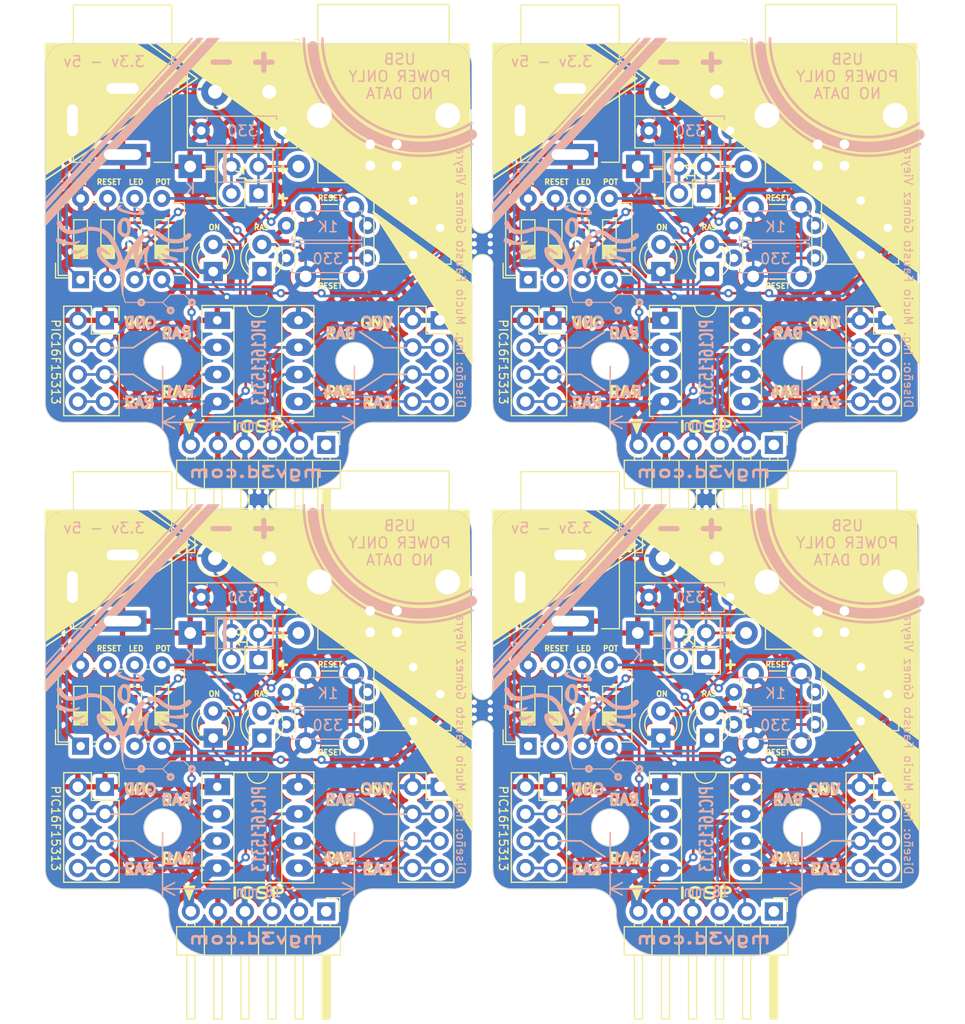
<source format=kicad_pcb>
(kicad_pcb (version 20221018) (generator pcbnew)
  (layers (0 "F.Cu" signal) (31 "B.Cu" signal) (34 "B.Paste" user) (35 "F.Paste" user) (36 "B.SilkS" user "B.Silkscreen") (37 "F.SilkS" user "F.Silkscreen") (38 "B.Mask" user) (39 "F.Mask" user) (44 "Edge.Cuts" user))
  (net 0 "")
  (net 1 "VCC")
  (net 2 "Net-(D1-A)")
  (net 3 "GND")
  (net 4 "Net-(D2-A)")
  (net 5 "/led_op")
  (net 6 "Net-(D3-A)")
  (net 7 "/on{slash}off")
  (net 10 "/ra5")
  (net 11 "/ra4")
  (net 12 "/ra3")
  (net 13 "/pgd")
  (net 14 "/pgc")
  (net 15 "/ra2")
  (net 17 "/reset")
  (net 18 "/pot")
  (footprint "TerminalBlock_Phoenix:TerminalBlock_Phoenix_MKDS-1,5-2-5.08_1x02_P5.08mm_Horizontal" (layer "F.Cu") (at 138.5 64.5 180)
    (fp_text reference "J3" hide)
    (fp_text value "TERMINAL BLOCK")
  )
  (footprint "Connector_PinHeader_2.54mm:PinHeader_1x06_P2.54mm_Horizontal" (layer "F.Cu") (at 185.85 141.364 -90)
    (fp_text reference "J28" hide)
    (fp_text value "ICSP")
  )
  (footprint "Potentiometer_THT:Potentiometer_Vishay_T73YP_Vertical" (layer "F.Cu") (at 152.01 79.782)
    (fp_text reference "RV1" hide)
    (fp_text value "TRIMPOT 10K")
  )
  (footprint "LED_THT:LED_D3.0mm" (layer "F.Cu") (at 179.822 125.108 90)
    (fp_text reference "D12" hide)
    (fp_text value "LED_OP")
  )
  (footprint "Potentiometer_THT:Potentiometer_Vishay_T73YP_Vertical" (layer "F.Cu") (at 194.01 123.532)
    (fp_text reference "RV4" hide)
    (fp_text value "TRIMPOT 10K")
  )
  (footprint "Button_Switch_THT:SW_DIP_SPSTx04_Slide_6.7x11.72mm_W7.62mm_P2.54mm_LowProfile" (layer "F.Cu") (at 162.804 125.87 90)
    (fp_text reference "SW8" hide)
    (fp_text value "CONTROL")
  )
  (footprint "Potentiometer_THT:Potentiometer_Vishay_T73YP_Vertical" (layer "F.Cu") (at 152.01 123.532)
    (fp_text reference "RV3" hide)
    (fp_text value "TRIMPOT 10K")
  )
  (footprint "TerminalBlock_Phoenix:TerminalBlock_Phoenix_MKDS-1,5-2-5.08_1x02_P5.08mm_Horizontal" (layer "F.Cu") (at 180.5 108.25 180)
    (fp_text reference "J24" hide)
    (fp_text value "TERMINAL BLOCK")
  )
  (footprint "Connector_PinHeader_2.54mm:PinHeader_1x06_P2.54mm_Horizontal" (layer "F.Cu") (at 143.85 141.364 -90)
    (fp_text reference "J21" hide)
    (fp_text value "ICSP")
  )
  (footprint "Connector_PinSocket_2.54mm:PinSocket_2x02_P2.54mm_Vertical" (layer "F.Cu") (at 179.5 117.79 -90)
    (fp_text reference "J25")
    (fp_text value "POWER HEADERS")
  )
  (footprint "Button_Switch_THT:SW_PUSH_6mm_H4.3mm" (layer "F.Cu") (at 141.922 81.814 90)
    (fp_text reference "SW1" hide)
    (fp_text value "RESET")
  )
  (footprint "Connector_USB:USB_B_OST_USB-B1HSxx_Horizontal" (layer "F.Cu") (at 189.98 71.4255 90)
    (fp_text reference "J9" hide)
    (fp_text value "USB_B")
  )
  (footprint "Button_Switch_THT:SW_DIP_SPSTx04_Slide_6.7x11.72mm_W7.62mm_P2.54mm_LowProfile" (layer "F.Cu") (at 120.804 82.12 90)
    (fp_text reference "SW2" hide)
    (fp_text value "CONTROL")
  )
  (footprint "Button_Switch_THT:SW_DIP_SPSTx04_Slide_6.7x11.72mm_W7.62mm_P2.54mm_LowProfile" (layer "F.Cu") (at 162.804 82.12 90)
    (fp_text reference "SW4" hide)
    (fp_text value "CONTROL")
  )
  (footprint "Connector_USB:USB_B_OST_USB-B1HSxx_Horizontal" (layer "F.Cu") (at 147.98 115.1755 90)
    (fp_text reference "J16" hide)
    (fp_text value "USB_B")
  )
  (footprint "Connector_USB:USB_B_OST_USB-B1HSxx_Horizontal" (layer "F.Cu") (at 189.98 115.1755 90)
    (fp_text reference "J23" hide)
    (fp_text value "USB_B")
  )
  (footprint "LED_THT:LED_D3.0mm" (layer "F.Cu") (at 133.25 81.358 90)
    (fp_text reference "D2" hide)
    (fp_text value "LED_ON")
  )
  (footprint "Package_DIP:DIP-8_W7.62mm_Socket_LongPads" (layer "F.Cu") (at 175.63 85.93)
    (fp_text reference "U2" hide)
    (fp_text value "PIC16F15313")
  )
  (footprint "Connector_PinSocket_2.54mm:PinSocket_2x04_P2.54mm_Vertical" (layer "F.Cu") (at 123.09 85.93)
    (fp_text reference "J5" hide)
    (fp_text value "Conn_02x04_Odd_Even")
  )
  (footprint "LED_THT:LED_D3.0mm" (layer "F.Cu") (at 179.822 81.358 90)
    (fp_text reference "D6" hide)
    (fp_text value "LED_OP")
  )
  (footprint "Connector_PinSocket_2.54mm:PinSocket_2x04_P2.54mm_Vertical" (layer "F.Cu") (at 165.09 85.93)
    (fp_text reference "J12" hide)
    (fp_text value "Conn_02x04_Odd_Even")
  )
  (footprint "Connector_USB:USB_B_OST_USB-B1HSxx_Horizontal" (layer "F.Cu") (at 147.98 71.4255 90)
    (fp_text reference "J2" hide)
    (fp_text value "USB_B")
  )
  (footprint "Connector_PinSocket_2.54mm:PinSocket_2x02_P2.54mm_Vertical" (layer "F.Cu") (at 137.5 74.04 -90)
    (fp_text reference "J4")
    (fp_text value "POWER HEADERS")
  )
  (footprint "Connector_BarrelJack:BarrelJack_Kycon_KLDX-0202-xC_Horizontal" (layer "F.Cu") (at 124.742 114.138 -90)
    (fp_text reference "J15" hide)
    (fp_text value "JACK DC")
  )
  (footprint "Panel:mouse-bite-2mm-slot" (layer "F.Cu") (at 179.5 102.75)
    (fp_text reference "mouse-bite-2mm-slot" hide)
    (fp_text value "VAL**" hide)
  )
  (footprint "LED_THT:LED_D3.0mm" (layer "F.Cu") (at 137.822 125.108 90)
    (fp_text reference "D9" hide)
    (fp_text value "LED_OP")
  )
  (footprint "Connector_PinSocket_2.54mm:PinSocket_2x04_P2.54mm_Vertical" (layer "F.Cu") (at 165.09 129.68)
    (fp_text reference "J26" hide)
    (fp_text value "Conn_02x04_Odd_Even")
  )
  (footprint "Button_Switch_THT:SW_PUSH_6mm_H4.3mm" (layer "F.Cu") (at 183.922 81.814 90)
    (fp_text reference "SW3" hide)
    (fp_text value "RESET")
  )
  (footprint "Connector_PinSocket_2.54mm:PinSocket_2x04_P2.54mm_Vertical" (layer "F.Cu") (at 123.09 129.68)
    (fp_text reference "J19" hide)
    (fp_text value "Conn_02x04_Odd_Even")
  )
  (footprint "Package_DIP:DIP-8_W7.62mm_Socket_LongPads" (layer "F.Cu") (at 175.63 129.68)
    (fp_text reference "U4" hide)
    (fp_text value "PIC16F15313")
  )
  (footprint "Button_Switch_THT:SW_PUSH_6mm_H4.3mm" (layer "F.Cu") (at 141.922 125.564 90)
    (fp_text reference "SW5" hide)
    (fp_text value "RESET")
  )
  (footprint "Connector_PinHeader_2.54mm:PinHeader_1x06_P2.54mm_Horizontal" (layer "F.Cu") (at 185.85 97.614 -90)
    (fp_text reference "J14" hide)
    (fp_text value "ICSP")
  )
  (footprint "Potentiometer_THT:Potentiometer_Vishay_T73YP_Vertical" (layer "F.Cu") (at 194.01 79.782)
    (fp_text reference "RV2" hide)
    (fp_text value "TRIMPOT 10K")
  )
  (footprint "Connector_PinSocket_2.54mm:PinSocket_2x04_P2.54mm_Vertical" (layer "F.Cu") (at 196.5 129.68)
    (fp_text reference "J27" hide)
    (fp_text value "Conn_02x04_Odd_Even")
  )
  (footprint "Connector_PinSocket_2.54mm:PinSocket_2x04_P2.54mm_Vertical" (layer "F.Cu") (at 154.5 85.93)
    (fp_text reference "J6" hide)
    (fp_text value "Conn_02x04_Odd_Even")
  )
  (footprint "Connector_BarrelJack:BarrelJack_Kycon_KLDX-0202-xC_Horizontal" (layer "F.Cu") (at 166.742 70.388 -90)
    (fp_text reference "J8" hide)
    (fp_text value "JACK DC")
  )
  (footprint "Button_Switch_THT:SW_PUSH_6mm_H4.3mm" (layer "F.Cu") (at 183.922 125.564 90)
    (fp_text reference "SW7" hide)
    (fp_text value "RESET")
  )
  (footprint "LED_THT:LED_D3.0mm" (layer "F.Cu") (at 137.822 81.358 90)
    (fp_text reference "D3" hide)
    (fp_text value "LED_OP")
  )
  (footprint "LED_THT:LED_D3.0mm" (layer "F.Cu") (at 175.25 81.358 90)
    (fp_text reference "D5" hide)
    (fp_text value "LED_ON")
  )
  (footprint "LED_THT:LED_D3.0mm" (layer "F.Cu") (at 133.25 125.108 90)
    (fp_text reference "D8" hide)
    (fp_text value "LED_ON")
  )
  (footprint "Connector_BarrelJack:BarrelJack_Kycon_KLDX-0202-xC_Horizontal" (layer "F.Cu") (at 166.742 114.138 -90)
    (fp_text reference "J22" hide)
    (fp_text value "JACK DC")
  )
  (footprint "Connector_BarrelJack:BarrelJack_Kycon_KLDX-0202-xC_Horizontal" (layer "F.Cu") (at 124.742 70.388 -90)
    (fp_text reference "J1" hide)
    (fp_text value "JACK DC")
  )
  (footprint "TerminalBlock_Phoenix:TerminalBlock_Phoenix_MKDS-1,5-2-5.08_1x02_P5.08mm_Horizontal" (layer "F.Cu") (at 138.5 108.25 180)
    (fp_text reference "J17" hide)
    (fp_text value "TERMINAL BLOCK")
  )
  (footprint "LED_THT:LED_D3.0mm" (layer "F.Cu") (at 175.25 125.108 90)
    (fp_text reference "D11" hide)
    (fp_text value "LED_ON")
  )
  (footprint "Connector_PinSocket_2.54mm:PinSocket_2x02_P2.54mm_Vertical" (layer "F.Cu") (at 179.5 74.04 -90)
    (fp_text reference "J11")
    (fp_text value "POWER HEADERS")
  )
  (footprint "Connector_PinSocket_2.54mm:PinSocket_2x02_P2.54mm_Vertical" (layer "F.Cu") (at 137.5 117.79 -90)
    (fp_text reference "J18")
    (fp_text value "POWER HEADERS")
  )
  (footprint "Button_Switch_THT:SW_DIP_SPSTx04_Slide_6.7x11.72mm_W7.62mm_P2.54mm_LowProfile" (layer "F.Cu") (at 120.804 125.87 90)
    (fp_text reference "SW6" hide)
    (fp_text value "CONTROL")
  )
  (footprint "TerminalBlock_Phoenix:TerminalBlock_Phoenix_MKDS-1,5-2-5.08_1x02_P5.08mm_Horizontal" (layer "F.Cu") (at 180.5 64.5 180)
    (fp_text reference "J10" hide)
    (fp_text value "TERMINAL BLOCK")
  )
  (footprint "Panel:mouse-bite-2mm-slot" (layer "F.Cu") (at 158.5 122.5 90)
    (fp_text reference "mouse-bite-2mm-slot4" hide)
    (fp_text value "VAL**" hide)
  )
  (footprint "Panel:mouse-bite-2mm-slot" (layer "F.Cu") (at 137.5 102.75)
    (fp_text reference "mouse-bite-2mm-slot" hide)
    (fp_text value "VAL**" hide)
  )
  (footprint "Connector_PinSocket_2.54mm:PinSocket_2x04_P2.54mm_Vertical" (layer "F.Cu") (at 196.5 85.93)
    (fp_text reference "J13" hide)
    (fp_text value "Conn_02x04_Odd_Even")
  )
  (footprint "Connector_PinHeader_2.54mm:PinHeader_1x06_P2.54mm_Horizontal" (layer "F.Cu") (at 143.85 97.614 -90)
    (fp_text reference "J7" hide)
    (fp_text value "ICSP")
  )
  (footprint "Package_DIP:DIP-8_W7.62mm_Socket_LongPads" (layer "F.Cu") (at 133.63 85.93)
    (fp_text reference "U1" hide)
    (fp_text value "PIC16F15313")
  )
  (footprint "Connector_PinSocket_2.54mm:PinSocket_2x04_P2.54mm_Vertical" (layer "F.Cu") (at 154.5 129.68)
    (fp_text reference "J20" hide)
    (fp_text value "Conn_02x04_Odd_Even")
  )
  (footprint "Panel:mouse-bite-2mm-slot" (layer "F.Cu") (at 158.5 78.75 90)
    (fp_text reference "mouse-bite-2mm-slot" hide)
    (fp_text value "VAL**" hide)
  )
  (footprint "Package_DIP:DIP-8_W7.62mm_Socket_LongPads" (layer "F.Cu") (at 133.63 129.68)
    (fp_text reference "U3" hide)
    (fp_text value "PIC16F15313")
  )
  (footprint "Resistor_THT:R_Axial_DIN0207_L6.3mm_D2.5mm_P7.62mm_Horizontal" (layer "B.Cu") (at 140.108 80.088)
    (fp_text reference "R3" hide)
    (fp_text value "330")
  )
  (footprint "LOGO" (layer "B.Cu") (at 167 79.25 180)
    (fp_text reference "G***1" hide)
    (fp_text value "LOGO" hide)
  )
  (footprint "Resistor_THT:R_Axial_DIN0207_L6.3mm_D2.5mm_P7.62mm_Horizontal" (layer "B.Cu") (at 174.13 68.15)
    (fp_text reference "R5" hide)
    (fp_text value "330")
  )
  (footprint "Resistor_THT:R_Axial_DIN0207_L6.3mm_D2.5mm_P7.62mm_Horizontal" (layer "B.Cu") (at 140.108 77.04)
    (fp_text reference "R1" hide)
    (fp_text value "10k")
  )
  (footprint "Resistor_THT:R_Axial_DIN0207_L6.3mm_D2.5mm_P7.62mm_Horizontal" (layer "B.Cu") (at 182.108 123.838)
    (fp_text reference "R12" hide)
    (fp_text value "330")
  )
  (footprint "Resistor_THT:R_Axial_DIN0207_L6.3mm_D2.5mm_P7.62mm_Horizontal" (layer "B.Cu") (at 140.108 120.79)
    (fp_text reference "R7" hide)
    (fp_text value "10k")
  )
  (footprint "Resistor_THT:R_Axial_DIN0207_L6.3mm_D2.5mm_P7.62mm_Horizontal" (layer "B.Cu") (at 182.108 120.79)
    (fp_text reference "R10" hide)
    (fp_text value "10k")
  )
  (footprint "Diode_THT:D_DO-41_SOD81_P10.16mm_Horizontal" (layer "B.Cu") (at 131.09 71.5)
    (fp_text reference "D1" hide)
    (fp_text value "1N4001")
  )
  (footprint "Resistor_THT:R_Axial_DIN0207_L6.3mm_D2.5mm_P7.62mm_Horizontal" (layer "B.Cu") (at 132.13 111.9)
    (fp_text reference "R8" hide)
    (fp_text value "330")
  )
  (footprint "LOGO" (layer "B.Cu") (at 125 123 180)
    (fp_text reference "G***2" hide)
    (fp_text value "LOGO" hide)
  )
  (footprint "Resistor_THT:R_Axial_DIN0207_L6.3mm_D2.5mm_P7.62mm_Horizontal" (layer "B.Cu") (at 174.13 111.9)
    (fp_text reference "R11" hide)
    (fp_text value "330")
  )
  (footprint "Diode_THT:D_DO-41_SOD81_P10.16mm_Horizontal" (layer "B.Cu") (at 173.09 71.5)
    (fp_text reference "D4" hide)
    (fp_text value "1N4001")
  )
  (footprint "Resistor_THT:R_Axial_DIN0207_L6.3mm_D2.5mm_P7.62mm_Horizontal" (layer "B.Cu") (at 140.108 123.838)
    (fp_text reference "R9" hide)
    (fp_text value "330")
  )
  (footprint "LOGO" (layer "B.Cu") (at 125 79.25 180)
    (fp_text reference "G***" hide)
    (fp_text value "LOGO" hide)
  )
  (footprint "Resistor_THT:R_Axial_DIN0207_L6.3mm_D2.5mm_P7.62mm_Horizontal" (layer "B.Cu") (at 182.108 77.04)
    (fp_text reference "R4" hide)
    (fp_text value "10k")
  )
  (footprint "LOGO" (layer "B.Cu") (at 167 123 180)
    (fp_text reference "G***3" hide)
    (fp_text value "LOGO" hide)
  )
  (footprint "Resistor_THT:R_Axial_DIN0207_L6.3mm_D2.5mm_P7.62mm_Horizontal" (layer "B.Cu") (at 132.13 68.15)
    (fp_text reference "R2" hide)
    (fp_text value "330")
  )
  (footprint "Diode_THT:D_DO-41_SOD81_P10.16mm_Horizontal" (layer "B.Cu") (at 131.09 115.25)
    (fp_text reference "D7" hide)
    (fp_text value "1N4001")
  )
  (footprint "Diode_THT:D_DO-41_SOD81_P10.16mm_Horizontal" (layer "B.Cu") (at 173.09 115.25)
    (fp_text reference "D10" hide)
    (fp_text value "1N4001")
  )
  (footprint "Resistor_THT:R_Axial_DIN0207_L6.3mm_D2.5mm_P7.62mm_Horizontal" (layer "B.Cu") (at 182.108 80.088)
    (fp_text reference "R6" hide)
    (fp_text value "330")
  )
  (gr_line (start 189 87) (end 191.25 88.5) (stroke (width 0.15)) (layer "B.SilkS"))
  (gr_line (start 170.5 128) (end 171.25 128.75) (stroke (width 0.1)) (layer "B.SilkS"))
  (gr_line (start 131.25 59.5) (end 117.5 74.5) (stroke (width 0.15)) (layer "B.SilkS"))
  (gr_circle (center 131.25 84.25) (end 131.5 84.25) (stroke (width 0.25)) (fill none) (layer "B.SilkS"))
  (gr_circle (center 131.25 128) (end 131.5 128) (stroke (width 0.25)) (fill none) (layer "B.SilkS"))
  (gr_line (start 166.75 127.25) (end 167 128) (stroke (width 0.1)) (layer "B.SilkS"))
  (gr_line (start 130.5 83.5) (end 131.25 84.25) (stroke (width 0.1)) (layer "B.SilkS"))
  (gr_line (start 167.75 132.25) (end 165 132.25) (stroke (width 0.15)) (layer "B.SilkS"))
  (gr_line (start 172.5 83.5) (end 173.25 84.25) (stroke (width 0.1)) (layer "B.SilkS"))
  (gr_line (start 126 128) (end 128.5 128) (stroke (width 0.1)) (layer "B.SilkS"))
  (gr_line (start 128.5 128) (end 129.25 128.75) (stroke (width 0.1)) (layer "B.SilkS"))
  (gr_line (start 189 92.5) (end 191.25 91) (stroke (width 0.15)) (layer "B.SilkS"))
  (gr_line (start 167.75 88.5) (end 165 88.5) (stroke (width 0.15)) (layer "B.SilkS"))
  (gr_arc (start 199.562123 113.141586) (mid 188.916191 112.575593) (end 183.75 103.25) (stroke (width 0.25)) (layer "B.SilkS"))
  (gr_line (start 167 84.25) (end 168 84.25) (stroke (width 0.1)) (layer "B.SilkS"))
  (gr_line (start 147 136.25) (end 149.25 134.75) (stroke (width 0.15)) (layer "B.SilkS"))
  (gr_line (start 167.75 134.75) (end 165 134.75) (stroke (width 0.15)) (layer "B.SilkS"))
  (gr_line (start 172.5 127.25) (end 173.25 128) (stroke (width 0.1)) (layer "B.SilkS"))
  (gr_line (start 124.75 127.25) (end 125 128) (stroke (width 0.1)) (layer "B.SilkS"))
  (gr_line (start 129.25 83.5) (end 130.5 83.5) (stroke (width 0.1)) (layer "B.SilkS"))
  (gr_line (start 170.5 84.25) (end 171.25 85) (stroke (width 0.1)) (layer "B.SilkS"))
  (gr_line (start 126 84.25) (end 128.5 84.25) (stroke (width 0.1)) (layer "B.SilkS"))
  (gr_arc (start 199.472483 67.453656) (mid 190.174002 67.538826) (end 185.5 59.5) (stroke (width 0.25)) (layer "B.SilkS"))
  (gr_line (start 125.75 134.75) (end 123 134.75) (stroke (width 0.15)) (layer "B.SilkS"))
  (gr_line (start 128 87) (end 125.75 88.5) (stroke (width 0.15)) (layer "B.SilkS"))
  (gr_line (start 124.75 83.5) (end 125 84.25) (stroke (width 0.1)) (layer "B.SilkS"))
  (gr_poly (pts (xy 117.5 75.5) (xy 132.25 59.5) (xy 131.75 59.5) (xy 117.5 75)) (stroke (width 0.15)) (fill solid) (layer "B.SilkS"))
  (gr_arc (start 157.472483 111.203656) (mid 148.174002 111.288826) (end 143.5 103.25) (stroke (width 0.25)) (layer "B.SilkS"))
  (gr_line (start 189 130.75) (end 191.25 132.25) (stroke (width 0.15)) (layer "B.SilkS"))
  (gr_line (start 128 136.25) (end 125.75 134.75) (stroke (width 0.15)) (layer "B.SilkS"))
  (gr_line (start 149.25 134.75) (end 152 134.75) (stroke (width 0.15)) (layer "B.SilkS"))
  (gr_arc (start 157.472483 67.453656) (mid 148.174002 67.538826) (end 143.5 59.5) (stroke (width 0.25)) (layer "B.SilkS"))
  (gr_line (start 125.75 88.5) (end 123 88.5) (stroke (width 0.15)) (layer "B.SilkS"))
  (gr_line (start 129.25 127.25) (end 130.5 127.25) (stroke (width 0.1)) (layer "B.SilkS"))
  (gr_arc (start 199.499999 68.499999) (mid 189.822944 68.404302) (end 184.601569 60.256187) (stroke (width 1)) (layer "B.SilkS"))
  (gr_line (start 131.25 103.25) (end 117.5 118.25) (stroke (width 0.15)) (layer "B.SilkS"))
  (gr_line (start 125.75 91) (end 123 91) (stroke (width 0.15)) (layer "B.SilkS"))
  (gr_arc (start 157.562123 113.141586) (mid 146.916191 112.575593) (end 141.75 103.25) (stroke (width 0.25)) (layer "B.SilkS"))
  (gr_arc (start 157.562123 69.391586) (mid 146.916191 68.825593) (end 141.75 59.5) (stroke (width 0.25)) (layer "B.SilkS"))
  (gr_line (start 128 92.5) (end 125.75 91) (stroke (width 0.15)) (layer "B.SilkS"))
  (gr_line (start 128.5 84.25) (end 129.25 85) (stroke (width 0.1)) (layer "B.SilkS"))
  (gr_line (start 173.25 103.25) (end 159.5 118.25) (stroke (width 0.15)) (layer "B.SilkS"))
  (gr_line (start 170.5 128) (end 171.25 127.25) (stroke (width 0.1)) (layer "B.SilkS"))
  (gr_line (start 168 128) (end 170.5 128) (stroke (width 0.1)) (layer "B.SilkS"))
  (gr_circle (center 129.25 85) (end 129.5 85) (stroke (width 0.25)) (fill none) (layer "B.SilkS"))
  (gr_line (start 170 92.5) (end 167.75 91) (stroke (width 0.15)) (layer "B.SilkS"))
  (gr_line (start 189 136.25) (end 191.25 134.75) (stroke (width 0.15)) (layer "B.SilkS"))
  (gr_line (start 128.5 128) (end 129.25 127.25) (stroke (width 0.1)) (layer "B.SilkS"))
  (gr_circle (center 171.25 85) (end 171.5 85) (stroke (width 0.25)) (fill none) (layer "B.SilkS"))
  (gr_line (start 191.25 132.25) (end 194 132.25) (stroke (width 0.15)) (layer "B.SilkS"))
  (gr_line (start 125.75 132.25) (end 123 132.25) (stroke (width 0.15)) (layer "B.SilkS"))
  (gr_line (start 171.25 127.25) (end 172.5 127.25) (stroke (width 0.1)) (layer "B.SilkS"))
  (gr_line (start 166.75 83.5) (end 167 84.25) (stroke (width 0.1)) (layer "B.SilkS"))
  (gr_line (start 168 84.25) (end 170.5 84.25) (stroke (width 0.1)) (layer "B.SilkS"))
  (gr_line (start 167 128) (end 168 128) (stroke (width 0.1)) (layer "B.SilkS"))
  (gr_circle (center 129.25 128.75) (end 129.5 128.75) (stroke (width 0.25)) (fill none) (layer "B.SilkS"))
  (gr_arc (start 157.499999 68.499999) (mid 147.822944 68.404302) (end 142.601569 60.256187) (stroke (width 1)) (layer "B.SilkS"))
  (gr_circle (center 168.5 128) (end 168.75 128) (stroke (width 0.25)) (fill none) (layer "B.SilkS"))
  (gr_line (start 170 87) (end 167.75 88.5) (stroke (width 0.15)) (layer "B.SilkS"))
  (gr_poly (pts (xy 159.5 119.25) (xy 174.25 103.25) (xy 173.75 103.25) (xy 159.5 118.75)) (stroke (width 0.15)) (fill solid) (layer "B.SilkS"))
  (gr_arc (start 199.472483 111.203656) (mid 190.174002 111.288826) (end 185.5 103.25) (stroke (width 0.25)) (layer "B.SilkS"))
  (gr_arc (start 157.499999 112.249999) (mid 147.822944 112.154302) (end 142.601569 104.006187) (stroke (width 1)) (layer "B.SilkS"))
  (gr_line (start 125 128) (end 126 128) (stroke (width 0.1)) (layer "B.SilkS"))
  (gr_line (start 128.5 84.25) (end 129.25 83.5) (stroke (width 0.1)) (layer "B.SilkS"))
  (gr_poly (pts (xy 133.75 103.25) (xy 117.5 120.75) (xy 117.5 119.75) (xy 132.75 103.25)) (stroke (width 0.15)) (fill solid) (layer "B.SilkS"))
  (gr_line (start 170 136.25) (end 167.75 134.75) (stroke (width 0.15)) (layer "B.SilkS"))
  (gr_arc (start 199.562123 69.391586) (mid 188.916191 68.825593) (end 183.75 59.5) (stroke (width 0.25)) (layer "B.SilkS"))
  (gr_circle (center 171.25 128.75) (end 171.5 128.75) (stroke (width 0.25)) (fill none) (layer "B.SilkS"))
  (gr_circle (center 173.25 128) (end 173.5 128) (stroke (width 0.25)) (fill none) (layer "B.SilkS"))
  (gr_circle (center 126.5 128) (end 126.75 128) (stroke (width 0.25)) (fill none) (layer "B.SilkS"))
  (gr_line (start 125 84.25) (end 126 84.25) (stroke (width 0.1)) (layer "B.SilkS"))
  (gr_line (start 147 130.75) (end 149.25 132.25) (stroke (width 0.15)) (layer "B.SilkS"))
  (gr_line (start 191.25 134.75) (end 194 134.75) (stroke (width 0.15)) (layer "B.SilkS"))
  (gr_line (start 149.25 91) (end 152 91) (stroke (width 0.15)) (layer "B.SilkS"))
  (gr_circle (center 168.5 84.25) (end 168.75 84.25) (stroke (width 0.25)) (fill none) (layer "B.SilkS"))
  (gr_line (start 130.5 127.25) (end 131.25 128) (stroke (width 0.1)) (layer "B.SilkS"))
  (gr_line (start 147 87) (end 149.25 88.5) (stroke (width 0.15)) (layer "B.SilkS"))
  (gr_line (start 149.25 88.5) (end 152 88.5) (stroke (width 0.15)) (layer "B.SilkS"))
  (gr_line (start 191.25 88.5) (end 194 88.5) (stroke (width 0.15)) (layer "B.SilkS"))
  (gr_line (start 149.25 132.25) (end 152 132.25) (stroke (width 0.15)) (layer "B.SilkS"))
  (gr_poly (pts (xy 117.5 119.25) (xy 132.25 103.25) (xy 131.75 103.25) (xy 117.5 118.75)) (stroke (width 0.15)) (fill solid) (layer "B.SilkS"))
  (gr_circle (center 126.5 84.25) (end 126.75 84.25) (stroke (width 0.25)) (fill none) (layer "B.SilkS"))
  (gr_poly (pts (xy 175.75 103.25) (xy 159.5 120.75) (xy 159.5 119.75) (xy 174.75 103.25)) (stroke (width 0.15)) (fill solid) (layer "B.SilkS"))
  (gr_poly (pts (xy 175.75 59.5) (xy 159.5 77) (xy 159.5 76) (xy 174.75 59.5)) (stroke (width 0.15)) (fill solid) (layer "B.SilkS"))
  (gr_line (start 167.75 91) (end 165 91) (stroke (width 0.15)) (layer "B.SilkS"))
  (gr_arc (start 199.499999 112.249999) (mid 189.822944 112.154302) (end 184.601569 104.006187) (stroke (width 1)) (layer "B.SilkS"))
  (gr_line (start 191.25 91) (end 194 91) (stroke (width 0.15)) (layer "B.SilkS"))
  (gr_line (start 147 92.5) (end 149.25 91) (stroke (width 0.15)) (layer "B.SilkS"))
  (gr_poly (pts (xy 159.5 75.5) (xy 174.25 59.5) (xy 173.75 59.5) (xy 159.5 75)) (stroke (width 0.15)) (fill solid) (layer "B.SilkS"))
  (gr_line (start 170.5 84.25) (end 171.25 83.5) (stroke (width 0.1)) (layer "B.SilkS"))
  (gr_line (start 128 130.75) (end 125.75 132.25) (stroke (width 0.15)) (layer "B.SilkS"))
  (gr_poly (pts (xy 133.75 59.5) (xy 117.5 77) (xy 117.5 76) (xy 132.75 59.5)) (stroke (width 0.15)) (fill solid) (layer "B.SilkS"))
  (gr_line (start 171.25 83.5) (end 172.5 83.5) (stroke (width 0.1)) (layer "B.SilkS"))
  (gr_line (start 170 130.75) (end 167.75 132.25) (stroke (width 0.15)) (layer "B.SilkS"))
  (gr_circle (center 173.25 84.25) (end 173.5 84.25) (stroke (width 0.25)) (fill none) (layer "B.SilkS"))
  (gr_line (start 173.25 59.5) (end 159.5 74.5) (stroke (width 0.15)) (layer "B.SilkS"))
  (gr_poly (pts (xy 173 96.5) (xy 172.5 95.25) (xy 173.5 95.25)) (stroke (width 0.15)) (fill solid) (layer "F.SilkS"))
  (gr_poly (pts (xy 173 140.25) (xy 172.5 139) (xy 173.5 139)) (stroke (width 0.15)) (fill solid) (layer "F.SilkS"))
  (gr_line (start 127.25 60) (end 131.75 63.25) (stroke (width 0.15)) (layer "F.SilkS"))
  (gr_poly (pts (xy 148.25 75.75) (xy 157.5 82.5) (xy 157.5 90)) (stroke (width 0.15)) (fill solid) (layer "F.SilkS"))
  (gr_line (start 123 132.25) (end 125.75 132.25) (stroke (width 0.15)) (layer "F.SilkS"))
  (gr_line (start 167.75 132.25) (end 170 130.75) (stroke (width 0.15)) (layer "F.SilkS"))
  (gr_poly (pts (xy 190.25 75.75) (xy 199.5 82.5) (xy 199.5 90)) (stroke (width 0.15)) (fill solid) (layer "F.SilkS"))
  (gr_poly (pts (xy 131 140.25) (xy 130.5 139) (xy 131.5 139)) (stroke (width 0.15)) (fill solid) (layer "F.SilkS"))
  (gr_line (start 191.25 132.25) (end 189 130.75) (stroke (width 0.15)) (layer "F.SilkS"))
  (gr_line (start 169.25 60) (end 173.75 63.25) (stroke (width 0.15)) (layer "F.SilkS"))
  (gr_line (start 167.75 91) (end 170 92.5) (stroke (width 0.15)) (layer "F.SilkS"))
  (gr_line (start 194 132.25) (end 191.25 132.25) (stroke (width 0.15)) (layer "F.SilkS"))
  (gr_line (start 125.75 91) (end 128 92.5) (stroke (width 0.15)) (layer "F.SilkS"))
  (gr_line (start 165 88.5) (end 167.75 88.5) (stroke (width 0.15)) (layer "F.SilkS"))
  (gr_line (start 149.25 132.25) (end 147 130.75) (stroke (width 0.15)) (layer "F.SilkS"))
  (gr_line (start 165 132.25) (end 167.75 132.25) (stroke (width 0.15)) (layer "F.SilkS"))
  (gr_line (start 191.25 91) (end 189 92.5) (stroke (width 0.15)) (layer "F.SilkS"))
  (gr_line (start 191.25 134.75) (end 189 136.25) (stroke (width 0.15)) (layer "F.SilkS"))
  (gr_line (start 123 134.75) (end 125.75 134.75) (stroke (width 0.15)) (layer "F.SilkS"))
  (gr_line (start 152 91) (end 149.25 91) (stroke (width 0.15)) (layer "F.SilkS"))
  (gr_poly (pts (xy 126 60) (xy 131 63.25) (xy 117.5 72.25) (xy 117.5 60) (xy 126 60)) (stroke (width 0.15)) (fill solid) (layer "F.SilkS"))
  (gr_line (start 131.75 107) (end 117.5 116.5) (stroke (width 0.15)) (layer "F.SilkS"))
  (gr_poly (pts (xy 157.5 81.5) (xy 128 60) (xy 157.25 60)) (stroke (width 0.15)) (fill solid) (layer "F.SilkS"))
  (gr_line (start 149.25 91) (end 147 92.5) (stroke (width 0.15)) (layer "F.SilkS"))
  (gr_line (start 131.75 63.25) (end 117.5 72.75) (stroke (width 0.15)) (layer "F.SilkS"))
  (gr_line (start 173.75 107) (end 159.5 116.5) (stroke (width 0.15)) (layer "F.SilkS"))
  (gr_line (start 149.25 88.5) (end 147 87) (stroke (width 0.15)) (layer "F.SilkS"))
  (gr_line (start 194 88.5) (end 191.25 88.5) (stroke (width 0.15)) (layer "F.SilkS"))
  (gr_line (start 173.75 63.25) (end 159.5 72.75) (stroke (width 0.15)) (layer "F.SilkS"))
  (gr_line (start 165 91) (end 167.75 91) (stroke (width 0.15)) (layer "F.SilkS"))
  (gr_line (start 125.75 134.75) (end 128 136.25) (stroke (width 0.15)) (layer "F.SilkS"))
  (gr_poly (pts (xy 199.5 125.25) (xy 170 103.75) (xy 199.25 103.75)) (stroke (width 0.15)) (fill solid) (layer "F.SilkS"))
  (gr_line (start 125.75 88.5) (end 128 87) (stroke (width 0.15)) (layer "F.SilkS"))
  (gr_line (start 123 91) (end 125.75 91) (stroke (width 0.15)) (layer "F.SilkS"))
  (gr_line (start 152 88.5) (end 149.25 88.5) (stroke (width 0.15)) (layer "F.SilkS"))
  (gr_line (start 123 88.5) (end 125.75 88.5) (stroke (width 0.15)) (layer "F.SilkS"))
  (gr_line (start 194 91) (end 191.25 91) (stroke (width 0.15)) (layer "F.SilkS"))
  (gr_line (start 127.25 103.75) (end 131.75 107) (stroke (width 0.15)) (layer "F.SilkS"))
  (gr_poly (pts (xy 131 96.5) (xy 130.5 95.25) (xy 131.5 95.25)) (stroke (width 0.15)) (fill solid) (layer "F.SilkS"))
  (gr_line (start 169.25 103.75) (end 173.75 107) (stroke (width 0.15)) (layer "F.SilkS"))
  (gr_line (start 152 134.75) (end 149.25 134.75) (stroke (width 0.15)) (layer "F.SilkS"))
  (gr_poly (pts (xy 157.5 125.25) (xy 128 103.75) (xy 157.25 103.75)) (stroke (width 0.15)) (fill solid) (layer "F.SilkS"))
  (gr_poly (pts (xy 199.5 81.5) (xy 170 60) (xy 199.25 60)) (stroke (width 0.15)) (fill solid) (layer "F.SilkS"))
  (gr_poly (pts (xy 190.25 119.5) (xy 199.5 126.25) (xy 199.5 133.75)) (stroke (width 0.15)) (fill solid) (layer "F.SilkS"))
  (gr_poly (pts (xy 168 60) (xy 173 63.25) (xy 159.5 72.25) (xy 159.5 60) (xy 168 60)) (stroke (width 0.15)) (fill solid) (layer "F.SilkS"))
  (gr_line (start 167.75 134.75) (end 170 136.25) (stroke (width 0.15)) (layer "F.SilkS"))
  (gr_line (start 165 134.75) (end 167.75 134.75) (stroke (width 0.15)) (layer "F.SilkS"))
  (gr_line (start 125.75 132.25) (end 128 130.75) (stroke (width 0.15)) (layer "F.SilkS"))
  (gr_poly (pts (xy 148.25 119.5) (xy 157.5 126.25) (xy 157.5 133.75)) (stroke (width 0.15)) (fill solid) (layer "F.SilkS"))
  (gr_line (start 149.25 134.75) (end 147 136.25) (stroke (width 0.15)) (layer "F.SilkS"))
  (gr_line (start 194 134.75) (end 191.25 134.75) (stroke (width 0.15)) (layer "F.SilkS"))
  (gr_poly (pts (xy 126 103.75) (xy 131 107) (xy 117.5 116) (xy 117.5 103.75) (xy 126 103.75)) (stroke (width 0.15)) (fill solid) (layer "F.SilkS"))
  (gr_line (start 152 132.25) (end 149.25 132.25) (stroke (width 0.15)) (layer "F.SilkS"))
  (gr_line (start 167.75 88.5) (end 170 87) (stroke (width 0.15)) (layer "F.SilkS"))
  (gr_line (start 191.25 88.5) (end 189 87) (stroke (width 0.15)) (layer "F.SilkS"))
  (gr_poly (pts (xy 168 103.75) (xy 173 107) (xy 159.5 116) (xy 159.5 103.75) (xy 168 103.75)) (stroke (width 0.15)) (fill solid) (layer "F.SilkS"))
  (gr_line (start 157.5 76.75) (end 157.499999 62.017766) (stroke (width 0.05)) (layer "Edge.Cuts"))
  (gr_arc (start 135.5 101.75) (mid 136.5 102.75) (end 135.5 103.75) (stroke (width 0.05)) (layer "Edge.Cuts"))
  (gr_arc (start 159.500001 62.017767) (mid 160.079464 60.592027) (end 161.5 59.999922) (stroke (width 0.05)) (layer "Edge.Cuts"))
  (gr_arc (start 119.25 95.5) (mid 118.012563 94.987437) (end 117.5 93.75) (stroke (width 0.1)) (layer "Edge.Cuts"))
  (gr_line (start 190.249999 139.249999) (end 197.75 139.25) (stroke (width 0.1)) (layer "Edge.Cuts"))
  (gr_arc (start 133.078427 145.5) (mid 130.249982 144.328437) (end 129.078427 141.5) (stroke (width 0.1)) (layer "Edge.Cuts"))
  (gr_line (start 159.5 80.75) (end 159.5 93.75) (stroke (width 0.05)) (layer "Edge.Cuts"))
  (gr_line (start 177.5 101.75) (end 175.078427 101.75) (stroke (width 0.05)) (layer "Edge.Cuts"))
  (gr_arc (start 175.078427 101.75) (mid 172.249982 100.578437) (end 171.078427 97.75) (stroke (width 0.1)) (layer "Edge.Cuts"))
  (gr_line (start 181.5 103.75) (end 197.5 103.749922) (stroke (width 0.05)) (layer "Edge.Cuts"))
  (gr_arc (start 197.5 103.749922) (mid 198.920536 104.342027) (end 199.499999 105.767766) (stroke (width 0.05)) (layer "Edge.Cuts"))
  (gr_line (start 126.828427 95.5) (end 119.25 95.5) (stroke (width 0.1)) (layer "Edge.Cuts"))
  (gr_arc (start 175.078427 145.5) (mid 172.249982 144.328437) (end 171.078427 141.5) (stroke (width 0.1)) (layer "Edge.Cuts"))
  (gr_line (start 135.5 101.75) (end 133.078427 101.75) (stroke (width 0.05)) (layer "Edge.Cuts"))
  (gr_arc (start 199.5 93.75) (mid 198.987437 94.987437) (end 197.75 95.5) (stroke (width 0.05)) (layer "Edge.Cuts"))
  (gr_line (start 159.5 124.5) (end 159.5 137.5) (stroke (width 0.05)) (layer "Edge.Cuts"))
  (gr_line (start 181.5 101.75) (end 183.999999 101.749999) (stroke (width 0.05)) (layer "Edge.Cuts"))
  (gr_arc (start 168.828427 95.5) (mid 170.4194 96.159019) (end 171.078427 97.75) (stroke (width 0.1)) (layer "Edge.Cuts"))
  (gr_arc (start 161.25 95.5) (mid 160.012563 94.987437) (end 159.5 93.75) (stroke (width 0.1)) (layer "Edge.Cuts"))
  (gr_line (start 183.999999 145.499999) (end 179.5 145.5) (stroke (width 0.1)) (layer "Edge.Cuts"))
  (gr_circle (center 170.5 133.5) (end 172.25 133.5) (stroke (width 0.1)) (fill none) (layer "Edge.Cuts"))
  (gr_arc (start 157.5 93.75) (mid 156.987437 94.987437) (end 155.75 95.5) (stroke (width 0.05)) (layer "Edge.Cuts"))
  (gr_arc (start 117.500001 62.017767) (mid 118.079464 60.592027) (end 119.5 59.999922) (stroke (width 0.05)) (layer "Edge.Cuts"))
  (gr_line (start 161.5 59.999922) (end 197.5 59.999922) (stroke (width 0.05)) (layer "Edge.Cuts"))
  (gr_circle (center 128.5 133.5) (end 130.25 133.5) (stroke (width 0.1)) (fill none) (layer "Edge.Cuts"))
  (gr_circle (center 146.5 89.75) (end 148.25 89.75) (stroke (width 0.1)) (fill none) (layer "Edge.Cuts"))
  (gr_line (start 117.5 137.5) (end 117.5 105.767767) (stroke (width 0.1)) (layer "Edge.Cuts"))
  (gr_arc (start 197.5 59.999922) (mid 198.920536 60.592027) (end 199.499999 62.017766) (stroke (width 0.05)) (layer "Edge.Cuts"))
  (gr_arc (start 145.999999 97.749999) (mid 144.828426 100.578426) (end 141.999999 101.749999) (stroke (width 0.1)) (layer "Edge.Cuts"))
  (gr_line (start 135.5 103.75) (end 119.5 103.749922) (stroke (width 0.05)) (layer "Edge.Cuts"))
  (gr_arc (start 117.500001 105.767767) (mid 118.079464 104.342027) (end 119.5 103.749922) (stroke (width 0.05)) (layer "Edge.Cuts"))
  (gr_arc (start 187.999999 97.749999) (mid 186.828426 100.578426) (end 183.999999 101.749999) (stroke (width 0.1)) (layer "Edge.Cuts"))
  (gr_line (start 141.999999 145.499999) (end 137.5 145.5) (stroke (width 0.1)) (layer "Edge.Cuts"))
  (gr_arc (start 159.500001 105.767767) (mid 160.079464 104.342027) (end 161.5 103.749922) (stroke (width 0.05)) (layer "Edge.Cuts"))
  (gr_arc (start 157.5 80.75) (mid 158.5 79.75) (end 159.5 80.75) (stroke (width 0.05)) (layer "Edge.Cuts"))
  (gr_arc (start 159.5 120.5) (mid 158.5 121.5) (end 157.5 120.5) (stroke (width 0.05)) (layer "Edge.Cuts"))
  (gr_arc (start 168.828427 139.25) (mid 170.4194 139.909019) (end 171.078427 141.5) (stroke (width 0.1)) (layer "Edge.Cuts"))
  (gr_line (start 133.078427 145.5) (end 137.5 145.5) (stroke (width 0.1)) (layer "Edge.Cuts"))
  (gr_arc (start 119.25 139.25) (mid 118.012563 138.737437) (end 117.5 137.5) (stroke (width 0.1)) (layer "Edge.Cuts"))
  (gr_circle (center 188.5 89.75) (end 190.25 89.75) (stroke (width 0.1)) (fill none) (layer "Edge.Cuts"))
  (gr_line (start 157.5 93.75) (end 157.5 80.75) (stroke (width 0.05)) (layer "Edge.Cuts"))
  (gr_line (start 168.828427 139.25) (end 161.25 139.25) (stroke (width 0.1)) (layer "Edge.Cuts"))
  (gr_line (start 148.249999 139.249999) (end 155.75 139.25) (stroke (width 0.1)) (layer "Edge.Cuts"))
  (gr_line (start 175.078427 145.5) (end 179.5 145.5) (stroke (width 0.1)) (layer "Edge.Cuts"))
  (gr_arc (start 126.828427 139.25) (mid 128.4194 139.909019) (end 129.078427 141.5) (stroke (width 0.1)) (layer "Edge.Cuts"))
  (gr_arc (start 187.999999 141.499999) (mid 188.659009 139.909009) (end 190.249999 139.249999) (stroke (width 0.1)) (layer "Edge.Cuts"))
  (gr_arc (start 155.5 59.999922) (mid 156.920536 60.592027) (end 157.499999 62.017766) (stroke (width 0.05)) (layer "Edge.Cuts"))
  (gr_arc (start 145.999999 97.749999) (mid 146.659009 96.159009) (end 148.249999 95.499999) (stroke (width 0.1)) (layer "Edge.Cuts"))
  (gr_line (start 199.5 137.5) (end 199.499999 105.767766) (stroke (width 0.05)) (layer "Edge.Cuts"))
  (gr_arc (start 139.5 103.75) (mid 138.5 102.75) (end 139.5 101.75) (stroke (width 0.05)) (layer "Edge.Cuts"))
  (gr_line (start 139.5 101.75) (end 141.999999 101.749999) (stroke (width 0.05)) (layer "Edge.Cuts"))
  (gr_arc (start 199.5 137.5) (mid 198.987437 138.737437) (end 197.75 139.25) (stroke (width 0.05)) (layer "Edge.Cuts"))
  (gr_arc (start 133.078427 101.75) (mid 130.249982 100.578437) (end 129.078427 97.75) (stroke (width 0.1)) (layer "Edge.Cuts"))
  (gr_line (start 157.499999 105.767766) (end 157.5 120.5) (stroke (width 0.05)) (layer "Edge.Cuts"))
  (gr_circle (center 188.5 133.5) (end 190.25 133.5) (stroke (width 0.1)) (fill none) (layer "Edge.Cuts"))
  (gr_line (start 199.5 93.75) (end 199.499999 62.017766) (stroke (width 0.05)) (layer "Edge.Cuts"))
  (gr_arc (start 181.5 103.75) (mid 180.5 102.75) (end 181.5 101.75) (stroke (width 0.05)) (layer "Edge.Cuts"))
  (gr_line (start 148.249999 95.499999) (end 155.75 95.5) (stroke (width 0.1)) (layer "Edge.Cuts"))
  (gr_arc (start 155.5 103.749922) (mid 156.920536 104.342027) (end 157.499999 105.767766) (stroke (width 0.05)) (layer "Edge.Cuts"))
  (gr_circle (center 170.5 89.75) (end 172.25 89.75) (stroke (width 0.1)) (fill none) (layer "Edge.Cuts"))
  (gr_arc (start 177.5 101.75) (mid 178.5 102.75) (end 177.5 103.75) (stroke (width 0.05)) (layer "Edge.Cuts"))
  (gr_line (start 177.5 103.75) (end 161.5 103.749922) (stroke (width 0.05)) (layer "Edge.Cuts"))
  (gr_arc (start 157.5 124.5) (mid 158.5 123.5) (end 159.5 124.5) (stroke (width 0.05)) (layer "Edge.Cuts"))
  (gr_arc (start 161.25 139.25) (mid 160.012563 138.737437) (end 159.5 137.5) (stroke (width 0.1)) (layer "Edge.Cuts"))
  (gr_line (start 117.5 93.75) (end 117.5 62.017767) (stroke (width 0.1)) (layer "Edge.Cuts"))
  (gr_arc (start 187.999999 141.499999) (mid 186.828426 144.328426) (end 183.999999 145.499999) (stroke (width 0.1)) (layer "Edge.Cuts"))
  (gr_line (start 126.828427 139.25) (end 119.25 139.25) (stroke (width 0.1)) (layer "Edge.Cuts"))
  (gr_arc (start 157.5 137.5) (mid 156.987437 138.737437) (end 155.75 139.25) (stroke (width 0.05)) (layer "Edge.Cuts"))
  (gr_arc (start 145.999999 141.499999) (mid 146.659009 139.909009) (end 148.249999 139.249999) (stroke (width 0.1)) (layer "Edge.Cuts"))
  (gr_line (start 119.5 59.999922) (end 155.5 59.999922) (stroke (width 0.05)) (layer "Edge.Cuts"))
  (gr_line (start 157.5 137.5) (end 157.5 124.5) (stroke (width 0.05)) (layer "Edge.Cuts"))
  (gr_line (start 159.5 120.5) (end 159.500001 105.767767) (stroke (width 0.05)) (layer "Edge.Cuts"))
  (gr_line (start 190.249999 95.499999) (end 197.75 95.5) (stroke (width 0.1)) (layer "Edge.Cuts"))
  (gr_line (start 139.5 103.75) (end 155.5 103.749922) (stroke (width 0.05)) (layer "Edge.Cuts"))
  (gr_circle (center 128.5 89.75) (end 130.25 89.75) (stroke (width 0.1)) (fill none) (layer "Edge.Cuts"))
  (gr_arc (start 159.5 76.75) (mid 158.5 77.75) (end 157.5 76.75) (stroke (width 0.05)) (layer "Edge.Cuts"))
  (gr_circle (center 146.5 133.5) (end 148.25 133.5) (stroke (width 0.1)) (fill none) (layer "Edge.Cuts"))
  (gr_arc (start 126.828427 95.5) (mid 128.4194 96.159019) (end 129.078427 97.75) (stroke (width 0.1)) (layer "Edge.Cuts"))
  (gr_line (start 159.5 76.75) (end 159.500001 62.017767) (stroke (width 0.05)) (layer "Edge.Cuts"))
  (gr_arc (start 145.999999 141.499999) (mid 144.828426 144.328426) (end 141.999999 145.499999) (stroke (width 0.1)) (layer "Edge.Cuts"))
  (gr_line (start 168.828427 95.5) (end 161.25 95.5) (stroke (width 0.1)) (layer "Edge.Cuts"))
  (gr_arc (start 187.999999 97.749999) (mid 188.659009 96.159009) (end 190.249999 95.499999) (stroke (width 0.1)) (layer "Edge.Cuts"))
  (gr_text "Diseño: Ing. Mucio Fausto Gómez Vieyra" (at 156 138 -90) (layer "B.SilkS") (effects (font (size 0.8 0.8) (thickness 0.125) bold) (justify left bottom mirror)))
  (gr_text "VCC" (at 150.25 86.75) (layer "B.SilkS") (effects (font (size 1 1) (thickness 0.25) bold) (justify left bottom mirror)))
  (gr_text "RA2" (at 166.75 138) (layer "B.SilkS") (effects (font (size 1 1) (thickness 0.25) bold) (justify right bottom mirror)))
  (gr_text "RA4" (at 188.5 93.25) (layer "B.SilkS") (effects (font (size 1 1) (thickness 0.25) bold) (justify left bottom mirror)))
  (gr_text "1K" (at 144 121.5) (layer "B.SilkS") (effects (font (size 1 1)) (justify bottom mirror)))
  (gr_text "330" (at 144 124.5) (layer "B.SilkS") (effects (font (size 1 1)) (justify bottom mirror)))
  (gr_text "GND" (at 166.75 86.75) (layer "B.SilkS") (effects (font (size 1 1) (thickness 0.25) bold) (justify right bottom mirror)))
  (gr_text "VCC" (at 192.25 86.75) (layer "B.SilkS") (effects (font (size 1 1) (thickness 0.25) bold) (justify left bottom mirror)))
  (gr_text "RA4" (at 146.5 137) (layer "B.SilkS") (effects (font (size 1 1) (thickness 0.25) bold) (justify left bottom mirror)))
  (gr_text "USB\nPOWER ONLY\nNO DATA" (at 192.75 109) (layer "B.SilkS") (effects (font (size 1 1)) (justify bottom mirror)))
  (gr_text "1K" (at 186 77.75) (layer "B.SilkS") (effects (font (size 1 1)) (justify bottom mirror)))
  (gr_text "RA3" (at 150.25 94.25) (layer "B.SilkS") (effects (font (size 1 1) (thickness 0.25) bold) (justify left bottom mirror)))
  (gr_text "VCC" (at 192.25 130.5) (layer "B.SilkS") (effects (font (size 1 1) (thickness 0.25) bold) (justify left bottom mirror)))
  (gr_text "330" (at 178 68.75) (layer "B.SilkS") (effects (font (size 1 1)) (justify bottom mirror)))
  (gr_text "PIC16F15313" (at 138.25 85.75 90) (layer "B.SilkS") (effects (font (size 1.2 0.8) (thickness 0.2) bold) (justify left bottom mirror)))
  (gr_text "PIC16F15313" (at 180.25 85.75 90) (layer "B.SilkS") (effects (font (size 1.2 0.8) (thickness 0.2) bold) (justify left bottom mirror)))
  (gr_text "RA1" (at 128.5 137) (layer "B.SilkS") (effects (font (size 1 1) (thickness 0.25) bold) (justify right bottom mirror)))
  (gr_text "USB\nPOWER ONLY\nNO DATA" (at 192.75 65.25) (layer "B.SilkS") (effects (font (size 1 1)) (justify bottom mirror)))
  (gr_text "RA2" (at 166.75 94.25) (layer "B.SilkS") (effects (font (size 1 1) (thickness 0.25) bold) (justify right bottom mirror)))
  (gr_text "RA5" (at 146.75 131.5) (layer "B.SilkS") (effects (font (size 1 1) (thickness 0.25) bold) (justify left bottom mirror)))
  (gr_text "mgv3d.com" (at 185.75 144.5) (layer "B.SilkS") (effects (font (size 1 1.5) (thickness 0.25) bold) (justify left bottom mirror)))
  (gr_text "GND" (at 166.75 130.5) (layer "B.SilkS") (effects (font (size 1 1) (thickness 0.25) bold) (justify right bottom mirror)))
  (gr_text "GND" (at 124.75 130.5) (layer "B.SilkS") (effects (font (size 1 1) (thickness 0.25) bold) (justify right bottom mirror)))
  (gr_text "RA0" (at 170.25 131.5) (layer "B.SilkS") (effects (font (size 1 1) (thickness 0.25) bold) (justify right bottom mirror)))
  (gr_text "330" (at 136 68.75) (layer "B.SilkS") (effects (font (size 1 1)) (justify bottom mirror)))
  (gr_text "Diseño: Ing. Mucio Fausto Gómez Vieyra" (at 198 94.25 -90) (layer "B.SilkS") (effects (font (size 0.8 0.8) (thickness 0.125) bold) (justify left bottom mirror)))
  (gr_text "RA1" (at 170.5 93.25) (layer "B.SilkS") (effects (font (size 1 1) (thickness 0.25) bold) (justify right bottom mirror)))
  (gr_text "330" (at 178 112.5) (layer "B.SilkS") (effects (font (size 1 1)) (justify bottom mirror)))
  (gr_text "3.3v - 5v" (at 123 106) (layer "B.SilkS") (effects (font (size 1 1)) (justify bottom mirror)))
  (gr_text "+ -" (at 178 62.75) (layer "B.SilkS") (effects (font (size 2 2) (thickness 0.5) bold) (justify bottom mirror)))
  (gr_text "RA4" (at 146.5 93.25) (layer "B.SilkS") (effects (font (size 1 1) (thickness 0.25) bold) (justify left bottom mirror)))
  (gr_text "330" (at 136 112.5) (layer "B.SilkS") (effects (font (size 1 1)) (justify bottom mirror)))
  (gr_text "RA3" (at 150.25 138) (layer "B.SilkS") (effects (font (size 1 1) (thickness 0.25) bold) (justify left bottom mirror)))
  (gr_text "GND" (at 124.75 86.75) (layer "B.SilkS") (effects (font (size 1 1) (thickness 0.25) bold) (justify right bottom mirror)))
  (gr_text "1K" (at 186 121.5) (layer "B.SilkS") (effects (font (size 1 1)) (justify bottom mirror)))
  (gr_text "Diseño: Ing. Mucio Fausto Gómez Vieyra" (at 156 94.25 -90) (layer "B.SilkS") (effects (font (size 0.8 0.8) (thickness 0.125) bold) (justify left bottom mirror)))
  (gr_text "RA0" (at 128.25 131.5) (layer "B.SilkS") (effects (font (size 1 1) (thickness 0.25) bold) (justify right bottom mirror)))
  (gr_text "RA0" (at 170.25 87.75) (layer "B.SilkS") (effects (font (size 1 1) (thickness 0.25) bold) (justify right bottom mirror)))
  (gr_text "VCC" (at 150.25 130.5) (layer "B.SilkS") (effects (font (size 1 1) (thickness 0.25) bold) (justify left bottom mirror)))
  (gr_text "3.3v - 5v" (at 165 106) (layer "B.SilkS") (effects (font (size 1 1)) (justify bottom mirror)))
  (gr_text "mgv3d.com" (at 143.75 100.75) (layer "B.SilkS") (effects (font (size 1 1.5) (thickness 0.25) bold) (justify left bottom mirror)))
  (gr_text "USB\nPOWER ONLY\nNO DATA" (at 150.75 109) (layer "B.SilkS") (effects (font (size 1 1)) (justify bottom mirror)))
  (gr_text "mgv3d.com" (at 185.75 100.75) (layer "B.SilkS") (effects (font (size 1 1.5) (thickness 0.25) bold) (justify left bottom mirror)))
  (gr_text "RA2" (at 124.75 94.25) (layer "B.SilkS") (effects (font (size 1 1) (thickness 0.25) bold) (justify right bottom mirror)))
  (gr_text "+ -" (at 136 106.5) (layer "B.SilkS") (effects (font (size 2 2) (thickness 0.5) bold) (justify bottom mirror)))
  (gr_text "RA3" (at 192.25 138) (layer "B.SilkS") (effects (font (size 1 1) (thickness 0.25) bold) (justify left bottom mirror)))
  (gr_text "mgv3d.com" (at 143.75 144.5) (layer "B.SilkS") (effects (font (size 1 1.5) (thickness 0.25) bold) (justify left bottom mirror)))
  (gr_text "PIC16F15313" (at 138.25 129.5 90) (layer "B.SilkS") (effects (font (size 1.2 0.8) (thickness 0.2) bold) (justify left bottom mirror)))
  (gr_text "PIC16F15313" (at 180.25 129.5 90) (layer "B.SilkS") (effects (font (size 1.2 0.8) (thickness 0.2) bold) (justify left bottom mirror)))
  (gr_text "RA0" (at 128.25 87.75) (layer "B.SilkS") (effects (font (size 1 1) (thickness 0.25) bold) (justify right bottom mirror)))
  (gr_text "3.3v - 5v" (at 123 62.25) (layer "B.SilkS") (effects (font (size 1 1)) (justify bottom mirror)))
  (gr_text "330" (at 144 80.75) (layer "B.SilkS") (effects (font (size 1 1)) (justify bottom mirror)))
  (gr_text "RA5" (at 188.75 131.5) (layer "B.SilkS") (effects (font (size 1 1) (thickness 0.25) bold) (justify left bottom mirror)))
  (gr_text "RA1" (at 170.5 137) (layer "B.SilkS") (effects (font (size 1 1) (thickness 0.25) bold) (justify right bottom mirror)))
  (gr_text "1K" (at 144 77.75) (layer "B.SilkS") (effects (font (size 1 1)) (justify bottom mirror)))
  (gr_text "+ -" (at 136 62.75) (layer "B.SilkS") (effects (font (size 2 2) (thickness 0.5) bold) (justify bottom mirror)))
  (gr_text "3.3v - 5v" (at 165 62.25) (layer "B.SilkS") (effects (font (size 1 1)) (justify bottom mirror)))
  (gr_text "RA4" (at 188.5 137) (layer "B.SilkS") (effects (font (size 1 1) (thickness 0.25) bold) (justify left bottom mirror)))
  (gr_text "RA2" (at 124.75 138) (layer "B.SilkS") (effects (font (size 1 1) (thickness 0.25) bold) (justify right bottom mirror)))
  (gr_text "Diseño: Ing. Mucio Fausto Gómez Vieyra" (at 198 138 -90) (layer "B.SilkS") (effects (font (size 0.8 0.8) (thickness 0.125) bold) (justify left bottom mirror)))
  (gr_text "USB\nPOWER ONLY\nNO DATA" (at 150.75 65.25) (layer "B.SilkS") (effects (font (size 1 1)) (justify bottom mirror)))
  (gr_text "RA3" (at 192.25 94.25) (layer "B.SilkS") (effects (font (size 1 1) (thickness 0.25) bold) (justify left bottom mirror)))
  (gr_text "RA1" (at 128.5 93.25) (layer "B.SilkS") (effects (font (size 1 1) (thickness 0.25) bold) (justify right bottom mirror)))
  (gr_text "330" (at 186 80.75) (layer "B.SilkS") (effects (font (size 1 1)) (justify bottom mirror)))
  (gr_text "RA5" (at 188.75 87.75) (layer "B.SilkS") (effects (font (size 1 1) (thickness 0.25) bold) (justify left bottom mirror)))
  (gr_text "RA5" (at 146.75 87.75) (layer "B.SilkS") (effects (font (size 1 1) (thickness 0.25) bold) (justify left bottom mirror)))
  (gr_text "330" (at 186 124.5) (layer "B.SilkS") (effects (font (size 1 1)) (justify bottom mirror)))
  (gr_text "+ -" (at 178 106.5) (layer "B.SilkS") (effects (font (size 2 2) (thickness 0.5) bold) (justify bottom mirror)))
  (gr_text "RA4" (at 128.25 137) (layer "F.SilkS") (effects (font (size 1 1) (thickness 0.25) bold) (justify left bottom)))
  (gr_text "GND" (at 150.25 86.75) (layer "F.SilkS") (effects (font (size 1 1) (thickness 0.25) bold) (justify right bottom)))
  (gr_text "RA5" (at 137 121.25) (layer "F.SilkS") (effects (font (size 0.5 0.5) (thickness 0.125)) (justify left bottom)))
  (gr_text "RESET" (at 143 83) (layer "F.SilkS") (effects (font (size 0.5 0.5) (thickness 0.125)) (justify left bottom)))
  (gr_text "RESET" (at 143 74.75) (layer "F.SilkS") (effects (font (size 0.5 0.5) (thickness 0.125)) (justify left bottom)))
  (gr_text "VCC" (at 124.75 86.75) (layer "F.SilkS") (effects (font (size 1 1) (thickness 0.25) bold) (justify left bottom)))
  (gr_text "+" (at 181 72.25) (layer "F.SilkS") (effects (font (size 1 1) (thickness 0.25) bold) (justify left bottom)))
  (gr_text "VCC" (at 166.75 86.75) (layer "F.SilkS") (effects (font (size 1 1) (thickness 0.25) bold) (justify left bottom)))
  (gr_text "RA5" (at 179 121.25) (layer "F.SilkS") (effects (font (size 0.5 0.5) (thickness 0.125)) (justify left bottom)))
  (gr_text "POT" (at 127.75 117) (layer "F.SilkS") (effects (font (size 0.5 0.5) (thickness 0.125)) (justify left bottom)))
  (gr_text "RA5" (at 170.25 131.5) (layer "F.SilkS") (effects (font (size 1 1) (thickness 0.25) bold) (justify left bottom)))
  (gr_text "ICSP" (at 176.75 96.5) (layer "F.SilkS") (effects (font (size 1 1.5) (thickness 0.25) bold) (justify left bottom)))
  (gr_text "POT" (at 127.75 73.25) (layer "F.SilkS") (effects (font (size 0.5 0.5) (thickness 0.125)) (justify left bottom)))
  (gr_text "VCC" (at 166.75 130.5) (layer "F.SilkS") (effects (font (size 1 1) (thickness 0.25) bold) (justify left bottom)))
  (gr_text "RA3" (at 124.75 94.25) (layer "F.SilkS") (effects (font (size 1 1) (thickness 0.25) bold) (justify left bottom)))
  (gr_text "LED" (at 167.25 73.25) (layer "F.SilkS") (effects (font (size 0.5 0.5) (thickness 0.125)) (justify left bottom)))
  (gr_text "RA3" (at 166.75 94.25) (layer "F.SilkS") (effects (font (size 1 1) (thickness 0.25) bold) (justify left bottom)))
  (gr_text "RA0" (at 146.75 131.5) (layer "F.SilkS") (effects (font (size 1 1) (thickness 0.25) bold) (justify right bottom)))
  (gr_text "RA4" (at 170.25 93.25) (layer "F.SilkS") (effects (font (size 1 1) (thickness 0.25) bold) (justify left bottom)))
  (gr_text "RA4" (at 170.25 137) (layer "F.SilkS") (effects (font (size 1 1) (thickness 0.25) bold) (justify left bottom)))
  (gr_text "-" (at 132.25 72.25) (layer "F.SilkS") (effects (font (size 1 1) (thickness 0.25) bold) (justify left bottom)))
  (gr_text "ON" (at 132.75 121.25) (layer "F.SilkS") (effects (font (size 0.5 0.5) (thickness 0.125) bold) (justify left bottom)))
  (gr_text "GND" (at 192.25 130.5) (layer "F.SilkS") (effects (font (size 1 1) (thickness 0.25) bold) (justify right bottom)))
  (gr_text "GND" (at 150.25 130.5) (layer "F.SilkS") (effects (font (size 1 1) (thickness 0.25) bold) (justify right bottom)))
  (gr_text "RA5" (at 128.25 87.75) (layer "F.SilkS") (effects (font (size 1 1) (thickness 0.25) bold) (justify left bottom)))
  (gr_text "-" (at 174.25 116) (layer "F.SilkS") (effects (font (size 1 1) (thickness 0.25) bold) (justify left bottom)))
  (gr_text "+" (at 139 116) (layer "F.SilkS") (effects (font (size 1 1) (thickness 0.25) bold) (justify left bottom)))
  (gr_text "+" (at 181 118.75) (layer "F.SilkS") (effects (font (size 1 1) (thickness 0.25) bold) (justify left bottom)))
  (gr_text "LED" (at 125.25 73.25) (layer "F.SilkS") (effects (font (size 0.5 0.5) (thickness 0.125)) (justify left bottom)))
  (gr_text "PIC16F15313" (at 160 129.5 -90) (layer "F.SilkS") (effects (font (size 0.8 0.8) (thickness 0.125) bold) (justify left bottom)))
  (gr_text "-" (at 132.25 75) (layer "F.SilkS") (effects (font (size 1 1) (thickness 0.25) bold) (justify left bottom)))
  (gr_text "RA2" (at 192.25 94.25) (layer "F.SilkS") (effects (font (size 1 1) (thickness 0.25) bold) (justify right bottom)))
  (gr_text "ON" (at 120.25 73.25) (layer "F.SilkS") (effects (font (size 0.5 0.5) (thickness 0.125)) (justify left bottom)))
  (gr_text "RA5" (at 128.25 131.5) (layer "F.SilkS") (effects (font (size 1 1) (thickness 0.25) bold) (justify left bottom)))
  (gr_text "-" (at 174.25 118.75) (layer "F.SilkS") (effects (font (size 1 1) (thickness 0.25) bold) (justify left bottom)))
  (gr_text "-" (at 174.25 75) (layer "F.SilkS") (effects (font (size 1 1) (thickness 0.25) bold) (justify left bottom)))
  (gr_text "PIC16F15313" (at 118 85.75 -90) (layer "F.SilkS") (effects (font (size 0.8 0.8) (thickness 0.125) bold) (justify left bottom)))
  (gr_text "ICSP" (at 134.75 140.25) (layer "F.SilkS") (effects (font (size 1 1.5) (thickness 0.25) bold) (justify left bottom)))
  (gr_text "ON" (at 120.25 117) (layer "F.SilkS") (effects (font (size 0.5 0.5) (thickness 0.125)) (justify left bottom)))
  (gr_text "+" (at 139 72.25) (layer "F.SilkS") (effects (font (size 1 1) (thickness 0.25) bold) (justify left bottom)))
  (gr_text "PIC16F15313" (at 160 85.75 -90) (layer "F.SilkS") (effects (font (size 0.8 0.8) (thickness 0.125) bold) (justify left bottom)))
  (gr_text "RESET" (at 185 83) (layer "F.SilkS") (effects (font (size 0.5 0.5) (thickness 0.125)) (justify left bottom)))
  (gr_text "RA1" (at 146.75 137) (layer "F.SilkS") (effects (font (size 1 1) (thickness 0.25) bold) (justify right bottom)))
  (gr_text "GND" (at 192.25 86.75) (layer "F.SilkS") (effects (font (size 1 1) (thickness 0.25) bold) (justify right bottom)))
  (gr_text "RA2" (at 150.25 94.25) (layer "F.SilkS") (effects (font (size 1 1) (thickness 0.25) bold) (justify right bottom)))
  (gr_text "ON" (at 132.75 77.5) (layer "F.SilkS") (effects (font (size 0.5 0.5) (thickness 0.125) bold) (justify left bottom)))
  (gr_text "RA3" (at 124.75 138) (layer "F.SilkS") (effects (font (size 1 1) (thickness 0.25) bold) (justify left bottom)))
  (gr_text "ON" (at 174.75 77.5) (layer "F.SilkS") (effects (font (size 0.5 0.5) (thickness 0.125) bold) (justify left bottom)))
  (gr_text "ON" (at 162.25 73.25) (layer "F.SilkS") (effects (font (size 0.5 0.5) (thickness 0.125)) (justify left bottom)))
  (gr_text "RA5" (at 137 77.5) (layer "F.SilkS") (effects (font (size 0.5 0.5) (thickness 0.125)) (justify left bottom)))
  (gr_text "RA0" (at 188.75 131.5) (layer "F.SilkS") (effects (font (size 1 1) (thickness 0.25) bold) (justify right bottom)))
  (gr_text "+" (at 139 118.75) (layer "F.SilkS") (effects (font (size 1 1) (thickness 0.25) bold) (justify left bottom)))
  (gr_text "RA5" (at 179 77.5) (layer "F.SilkS") (effects (font (size 0.5 0.5) (thickness 0.125)) (justify left bottom)))
  (gr_text "RESET" (at 143 126.75) (layer "F.SilkS") (effects (font (size 0.5 0.5) (thickness 0.125)) (justify left bottom)))
  (gr_text "RA2" (at 150.25 138) (layer "F.SilkS") (effects (font (size 1 1) (thickness 0.25) bold) (justify right bottom)))
  (gr_text "RA4" (at 128.25 93.25) (layer "F.SilkS") (effects (font (size 1 1) (thickness 0.25) bold) (justify left bottom)))
  (gr_text "VCC" (at 124.75 130.5) (layer "F.SilkS") (effects (font (size 1 1) (thickness 0.25) bold) (justify left bottom)))
  (gr_text "RA2" (at 192.25 138) (layer "F.SilkS") (effects (font (size 1 1) (thickness 0.25) bold) (justify right bottom)))
  (gr_text "ON" (at 162.25 117) (layer "F.SilkS") (effects (font (size 0.5 0.5) (thickness 0.125)) (justify left bottom)))
  (gr_text "RA3" (at 166.75 138) (layer "F.SilkS") (effects (font (size 1 1) (thickness 0.25) bold) (justify left bottom)))
  (gr_text "+" (at 139 75) (layer "F.SilkS") (effects (font (size 1 1) (thickness 0.25) bold) (justify left bottom)))
  (gr_text "RESET" (at 164.25 73.25) (layer "F.SilkS") (effects (font (size 0.5 0.5) (thickness 0.125)) (justify left bottom)))
  (gr_text "PIC16F15313" (at 118 129.5 -90) (layer "F.SilkS") (effects (font (size 0.8 0.8) (thickness 0.125) bold) (justify left bottom)))
  (gr_text "RA0" (at 188.75 87.75) (layer "F.SilkS") (effects (font (size 1 1) (thickness 0.25) bold) (justify right bottom)))
  (gr_text "RESET" (at 164.25 117) (layer "F.SilkS") (effects (font (size 0.5 0.5) (thickness 0.125)) (justify left bottom)))
  (gr_text "RA1" (at 188.75 137) (layer "F.SilkS") (effects (font (size 1 1) (thickness 0.25) bold) (justify right bottom)))
  (gr_text "RA5" (at 170.25 87.75) (layer "F.SilkS") (effects (font (size 1 1) (thickness 0.25) bold) (justify left bottom)))
  (gr_text "ICSP" (at 176.75 140.25) (layer "F.SilkS") (effects (font (size 1 1.5) (thickness 0.25) bold) (justify left bottom)))
  (gr_text "RESET" (at 185 126.75) (layer "F.SilkS") (effects (font (size 0.5 0.5) (thickness 0.125)) (justify left bottom)))
  (gr_text "-" (at 132.25 116) (layer "F.SilkS") (effects (font (size 1 1) (thickness 0.25) bold) (justify left bottom)))
  (gr_text "-" (at 132.25 118.75) (layer "F.SilkS") (effects (font (size 1 1) (thickness 0.25) bold) (justify left bottom)))
  (gr_text "RESET" (at 122.25 117) (layer "F.SilkS") (effects (font (size 0.5 0.5) (thickness 0.125)) (justify left bottom)))
  (gr_text "+" (at 181 75) (layer "F.SilkS") (effects (font (size 1 1) (thickness 0.25) bold) (justify left bottom)))
  (gr_text "LED" (at 167.25 117) (layer "F.SilkS") (effects (font (size 0.5 0.5) (thickness 0.125)) (justify left bottom)))
  (gr_text "RA0" (at 146.75 87.75) (layer "F.SilkS") (effects (font (size 1 1) (thickness 0.25) bold) (justify right bottom)))
  (gr_text "LED" (at 125.25 117) (layer "F.SilkS") (effects (font (size 0.5 0.5) (thickness 0.125)) (justify left bottom)))
  (gr_text "+" (at 181 116) (layer "F.SilkS") (effects (font (size 1 1) (thickness 0.25) bold) (justify left bottom)))
  (gr_text "ICSP" (at 134.75 96.5) (layer "F.SilkS") (effects (font (size 1 1.5) (thickness 0.25) bold) (justify left bottom)))
  (gr_text "RA1" (at 146.75 93.25) (layer "F.SilkS") (effects (font (size 1 1) (thickness 0.25) bold) (justify right bottom)))
  (gr_text "-" (at 174.25 72.25) (layer "F.SilkS") (effects (font (size 1 1) (thickness 0.25) bold) (justify left bottom)))
  (gr_text "RESET" (at 185 74.75) (layer "F.SilkS") (effects (font (size 0.5 0.5) (thickness 0.125)) (justify left bottom)))
  (gr_text "RESET" (at 122.25 73.25) (layer "F.SilkS") (effects (font (size 0.5 0.5) (thickness 0.125)) (justify left bottom)))
  (gr_text "RESET" (at 143 118.5) (layer "F.SilkS") (effects (font (size 0.5 0.5) (thickness 0.125)) (justify left bottom)))
  (gr_text "RESET" (at 185 118.5) (layer "F.SilkS") (effects (font (size 0.5 0.5) (thickness 0.125)) (justify left bottom)))
  (gr_text "ON" (at 174.75 121.25) (layer "F.SilkS") (effects (font (size 0.5 0.5) (thickness 0.125) bold) (justify left bottom)))
  (gr_text "RA1" (at 188.75 93.25) (layer "F.SilkS") (effects (font (size 1 1) (thickness 0.25) bold) (justify right bottom)))
  (gr_text "POT" (at 169.75 117) (layer "F.SilkS") (effects (font (size 0.5 0.5) (thickness 0.125)) (justify left bottom)))
  (gr_text "POT" (at 169.75 73.25) (layer "F.SilkS") (effects (font (size 0.5 0.5) (thickness 0.125)) (justify left bottom)))
  (dimension (type aligned) (layer "B.SilkS") (pts (xy 146.5 133.5) (xy 128.5 133.5)) (height -5.75) (gr_text "18 mm" (at 137.5 139.5) (layer "B.SilkS") (effects (font (size 1 0.8) (thickness 0.15)) (justify mirror))) (format (prefix "") (suffix "") (units 3) (units_format 1) (precision 4) (override_value "18")) (style (thickness 0.15) (arrow_length 1.27) (text_position_mode 2) (extension_height 0.58642) (extension_offset 0.5) keep_text_aligned))
  (dimension (type aligned) (layer "B.SilkS") (pts (xy 188.5 89.75) (xy 170.5 89.75)) (height -5.75) (gr_text "18 mm" (at 179.5 95.75) (layer "B.SilkS") (effects (font (size 1 0.8) (thickness 0.15)) (justify mirror))) (format (prefix "") (suffix "") (units 3) (units_format 1) (precision 4) (override_value "18")) (style (thickness 0.15) (arrow_length 1.27) (text_position_mode 2) (extension_height 0.58642) (extension_offset 0.5) keep_text_aligned))
  (dimension (type aligned) (layer "B.SilkS") (pts (xy 188.5 133.5) (xy 170.5 133.5)) (height -5.75) (gr_text "18 mm" (at 179.5 139.5) (layer "B.SilkS") (effects (font (size 1 0.8) (thickness 0.15)) (justify mirror))) (format (prefix "") (suffix "") (units 3) (units_format 1) (precision 4) (override_value "18")) (style (thickness 0.15) (arrow_length 1.27) (text_position_mode 2) (extension_height 0.58642) (extension_offset 0.5) keep_text_aligned))
  (dimension (type aligned) (layer "B.SilkS") (pts (xy 146.5 89.75) (xy 128.5 89.75)) (height -5.75) (gr_text "18 mm" (at 137.5 95.75) (layer "B.SilkS") (effects (font (size 1 0.8) (thickness 0.15)) (justify mirror))) (format (prefix "") (suffix "") (units 3) (units_format 1) (precision 4) (override_value "18")) (style (thickness 0.15) (arrow_length 1.27) (text_position_mode 2) (extension_height 0.58642) (extension_offset 0.5) keep_text_aligned))
  (segment (start 183.25 115.25) (end 179.5 115.25) (width 0.25) (layer "F.Cu") (net 2))
  (segment (start 141.25 71.5) (end 137.5 71.5) (width 0.25) (layer "F.Cu") (net 2))
  (segment (start 141.25 115.25) (end 137.5 115.25) (width 0.25) (layer "F.Cu") (net 2))
  (segment (start 183.25 71.5) (end 179.5 71.5) (width 0.25) (layer "F.Cu") (net 2))
  (segment (start 179.5 74.04) (end 179.5 67.375) (width 0.25) (layer "B.Cu") (net 2))
  (segment (start 179.5 117.79) (end 179.5 111.125) (width 0.25) (layer "B.Cu") (net 2))
  (segment (start 137.5 111.125) (end 138.5 110.125) (width 0.25) (layer "B.Cu") (net 2))
  (segment (start 138.5 66.375) (end 138.5 64.5) (width 0.25) (layer "B.Cu") (net 2))
  (segment (start 138.5 110.125) (end 138.5 108.25) (width 0.25) (layer "B.Cu") (net 2))
  (segment (start 180.5 110.125) (end 180.5 108.25) (width 0.25) (layer "B.Cu") (net 2))
  (segment (start 180.5 66.375) (end 180.5 64.5) (width 0.25) (layer "B.Cu") (net 2))
  (segment (start 137.5 67.375) (end 138.5 66.375) (width 0.25) (layer "B.Cu") (net 2))
  (segment (start 179.5 67.375) (end 180.5 66.375) (width 0.25) (layer "B.Cu") (net 2))
  (segment (start 137.5 74.04) (end 137.5 67.375) (width 0.25) (layer "B.Cu") (net 2))
  (segment (start 137.5 117.79) (end 137.5 111.125) (width 0.25) (layer "B.Cu") (net 2))
  (segment (start 179.5 111.125) (end 180.5 110.125) (width 0.25) (layer "B.Cu") (net 2))
  (segment (start 176.52 83.7575) (end 175.25 82.4875) (width 0.25) (layer "F.Cu") (net 3))
  (segment (start 133.25 82.4875) (end 133.25 81.358) (width 0.25) (layer "F.Cu") (net 3))
  (segment (start 176.52 127.5075) (end 175.25 126.2375) (width 0.25) (layer "F.Cu") (net 3))
  (segment (start 133.25 126.2375) (end 133.25 125.108) (width 0.25) (layer "F.Cu") (net 3))
  (segment (start 134.52 83.7575) (end 133.25 82.4875) (width 0.25) (layer "F.Cu") (net 3))
  (segment (start 175.25 82.4875) (end 175.25 81.358) (width 0.25) (layer "F.Cu") (net 3))
  (segment (start 134.52 127.5075) (end 133.25 126.2375) (width 0.25) (layer "F.Cu") (net 3))
  (segment (start 175.25 126.2375) (end 175.25 125.108) (width 0.25) (layer "F.Cu") (net 3))
  (via (at 176.52 127.5075) (size 0.8) (drill 0.4) (layers "F.Cu" "B.Cu") (net 3))
  (via (at 134.52 127.5075) (size 0.8) (drill 0.4) (layers "F.Cu" "B.Cu") (net 3))
  (via (at 134.52 83.7575) (size 0.8) (drill 0.4) (layers "F.Cu" "B.Cu") (net 3))
  (via (at 176.52 83.7575) (size 0.8) (drill 0.4) (layers "F.Cu" "B.Cu") (net 3))
  (segment (start 150.522 121.298) (end 152.01 119.81) (width 0.25) (layer "B.Cu") (net 3))
  (segment (start 189.979 83.139) (end 192.522 80.596) (width 0.25) (layer "B.Cu") (net 3))
  (segment (start 131.98 81.358) (end 130.202 79.58) (width 0.25) (layer "B.Cu") (net 3))
  (segment (start 182.87 85.93) (end 183.25 85.55) (width 0.25) (layer "B.Cu") (net 3))
  (segment (start 172.202 79.58) (end 163.566 79.58) (width 0.25) (layer "B.Cu") (net 3))
  (segment (start 181.092 129.68) (end 182.87 129.68) (width 0.25) (layer "B.Cu") (net 3))
  (segment (start 120.804 78.818) (end 120.804 74.5) (width 0.25) (layer "B.Cu") (net 3))
  (segment (start 183.922 81.814) (end 185.358 81.814) (width 0.25) (layer "B.Cu") (net 3))
  (segment (start 138.0465 128.6345) (end 138.0465 127.8725) (width 0.25) (layer "B.Cu") (net 3))
  (segment (start 163.566 123.33) (end 162.804 122.568) (width 0.25) (layer "B.Cu") (net 3))
  (segment (start 179.6815 127.5075) (end 176.52 127.5075) (width 0.25) (layer "B.Cu") (net 3))
  (segment (start 141.922 75.314) (end 141.922 81.814) (width 0.25) (layer "B.Cu") (net 3))
  (segment (start 143.358 125.564) (end 144.683 126.889) (width 0.25) (layer "B.Cu") (net 3))
  (segment (start 181.092 129.68) (end 180.0465 128.6345) (width 0.25) (layer "B.Cu") (net 3))
  (segment (start 173.98 125.108) (end 172.202 123.33) (width 0.25) (layer "B.Cu") (net 3))
  (segment (start 194.01 119.81) (end 194.01 118.452) (width 0.25) (layer "B.Cu") (net 3))
  (segment (start 133.25 81.358) (end 131.98 81.358) (width 0.25) (layer "B.Cu") (net 3))
  (segment (start 152.01 76.06) (end 152.01 74.702) (width 0.25) (layer "B.Cu") (net 3))
  (segment (start 137.6815 127.5075) (end 134.52 127.5075) (width 0.25) (layer "B.Cu") (net 3))
  (segment (start 140.87 129.68) (end 154.5 129.68) (width 0.25) (layer "B.Cu") (net 3))
  (segment (start 140.87 129.68) (end 141.25 129.3) (width 0.25) (layer "B.Cu") (net 3))
  (segment (start 189.979 126.889) (end 192.522 124.346) (width 0.25) (layer "B.Cu") (net 3))
  (segment (start 179.6815 83.7575) (end 176.52 83.7575) (width 0.25) (layer "B.Cu") (net 3))
  (segment (start 183.25 126.236) (end 183.922 125.564) (width 0.25) (layer "B.Cu") (net 3))
  (segment (start 180.0465 128.6345) (end 180.0465 127.8725) (width 0.25) (layer "B.Cu") (net 3))
  (segment (start 138.0465 84.8845) (end 138.0465 84.1225) (width 0.25) (layer "B.Cu") (net 3))
  (segment (start 131.98 125.108) (end 130.202 123.33) (width 0.25) (layer "B.Cu") (net 3))
  (segment (start 144.683 126.889) (end 147.979 126.889) (width 0.25) (layer "B.Cu") (net 3))
  (segment (start 138.134 94.254) (end 138.134 86.888) (width 0.25) (layer "B.Cu") (net 3))
  (segment (start 183.922 119.064) (end 183.922 125.564) (width 0.25) (layer "B.Cu") (net 3))
  (segment (start 147.979 83.139) (end 150.522 80.596) (width 0.25) (layer "B.Cu") (net 3))
  (segment (start 141.922 119.064) (end 141.922 125.564) (width 0.25) (layer "B.Cu") (net 3))
  (segment (start 136.044 96.344) (end 138.134 94.254) (width 0.25) (layer "B.Cu") (net 3))
  (segment (start 181.092 85.93) (end 182.87 85.93) (width 0.25) (layer "B.Cu") (net 3))
  (segment (start 178.044 140.094) (end 180.134 138.004) (width 0.25) (layer "B.Cu") (net 3))
  (segment (start 180.134 94.254) (end 180.134 86.888) (width 0.25) (layer "B.Cu") (net 3))
  (segment (start 180.0465 84.8845) (end 180.0465 84.1225) (width 0.25) (layer "B.Cu") (net 3))
  (segment (start 136.044 141.364) (end 136.044 140.094) (width 0.25) (layer "B.Cu") (net 3))
  (segment (start 138.0465 127.8725) (end 137.6815 127.5075) (width 0.25) (layer "B.Cu") (net 3))
  (segment (start 178.044 97.614) (end 178.044 96.344) (width 0.25) (layer "B.Cu") (net 3))
  (segment (start 130.202 123.33) (end 121.566 123.33) (width 0.25) (layer "B.Cu") (net 3))
  (segment (start 141.922 125.564) (end 143.358 125.564) (width 0.25) (layer "B.Cu") (net 3))
  (segment (start 133.25 125.108) (end 131.98 125.108) (width 0.25) (layer "B.Cu") (net 3))
  (segment (start 185.358 125.564) (end 186.683 126.889) (width 0.25) (layer "B.Cu") (net 3))
  (segment (start 121.566 123.33) (end 120.804 122.568) (width 0.25) (layer "B.Cu") (net 3))
  (segment (start 150.522 124.346) (end 150.522 121.298) (width 0.25) (layer "B.Cu") (net 3))
  (segment (start 182.87 129.68) (end 196.5 129.68) (width 0.25) (layer "B.Cu") (net 3))
  (segment (start 181.092 85.93) (end 180.0465 84.8845) (width 0.25) (layer "B.Cu") (net 3))
  (segment (start 162.804 78.818) (end 162.804 74.5) (width 0.25) (layer "B.Cu") (net 3))
  (segment (start 192.522 80.596) (end 192.522 77.548) (width 0.25) (layer "B.Cu") (net 3))
  (segment (start 150.522 80.596) (end 150.522 77.548) (width 0.25) (layer "B.Cu") (net 3))
  (segment (start 163.566 79.58) (end 162.804 78.818) (width 0.25) (layer "B.Cu") (net 3))
  (segment (start 183.922 125.564) (end 185.358 125.564) (width 0.25) (layer "B.Cu") (net 3))
  (segment (start 183.25 82.486) (end 183.922 81.814) (width 0.25) (layer "B.Cu") (net 3))
  (segment (start 186.683 126.889) (end 189.979 126.889) (width 0.25) (layer "B.Cu") (net 3))
  (segment (start 141.25 82.486) (end 141.922 81.814) (width 0.25) (layer "B.Cu") (net 3))
  (segment (start 183.922 75.314) (end 183.922 81.814) (width 0.25) (layer "B.Cu") (net 3))
  (segment (start 173.98 81.358) (end 172.202 79.58) (width 0.25) (layer "B.Cu") (net 3))
  (segment (start 143.358 81.814) (end 144.683 83.139) (width 0.25) (layer "B.Cu") (net 3))
  (segment (start 152.01 119.81) (end 152.01 118.452) (width 0.25) (layer "B.Cu") (net 3))
  (segment (start 139.092 85.93) (end 138.0465 84.8845) (width 0.25) (layer "B.Cu") (net 3))
  (segment (start 138.0465 84.1225) (end 137.6815 83.7575) (width 0.25) (layer "B.Cu") (net 3))
  (segment (start 140.87 85.93) (end 141.25 85.55) (width 0.25) (layer "B.Cu") (net 3))
  (segment (start 141.922 81.814) (end 143.358 81.814) (width 0.25) (layer "B.Cu") (net 3))
  (segment (start 182.87 129.68) (end 183.25 129.3) (width 0.25) (layer "B.Cu") (net 3))
  (segment (start 192.522 121.298) (end 194.01 119.81) (width 0.25) (layer "B.Cu") (net 3))
  (segment (start 130.202 79.58) (end 121.566 79.58) (width 0.25) (layer "B.Cu") (net 3))
  (segment (start 120.804 122.568) (end 120.804 118.25) (width 0.25) (layer "B.Cu") (net 3))
  (segment (start 192.522 124.346) (end 192.522 121.298) (width 0.25) (layer "B.Cu") (net 3))
  (segment (start 144.683 83.139) (end 147.979 83.139) (width 0.25) (layer "B.Cu") (net 3))
  (segment (start 138.134 86.888) (end 139.092 85.93) (width 0.25) (layer "B.Cu") (net 3))
  (segment (start 180.134 86.888) (end 181.092 85.93) (width 0.25) (layer "B.Cu") (net 3))
  (segment (start 121.566 79.58) (end 120.804 78.818) (width 0.25) (layer "B.Cu") (net 3))
  (segment (start 180.134 138.004) (end 180.134 130.638) (width 0.25) (layer "B.Cu") (net 3))
  (segment (start 178.044 141.364) (end 178.044 140.094) (width 0.25) (layer "B.Cu") (net 3))
  (segment (start 185.358 81.814) (end 186.683 83.139) (width 0.25) (layer "B.Cu") (net 3))
  (segment (start 175.25 125.108) (end 173.98 125.108) (width 0.25) (layer "B.Cu") (net 3))
  (segment (start 139.092 129.68) (end 138.0465 128.6345) (width 0.25) (layer "B.Cu") (net 3))
  (segment (start 178.044 96.344) (end 180.134 94.254) (width 0.25) (layer "B.Cu") (net 3))
  (segment (start 194.01 76.06) (end 194.01 74.702) (width 0.25) (layer "B.Cu") (net 3))
  (segment (start 182.87 85.93) (end 196.5 85.93) (width 0.25) (layer "B.Cu") (net 3))
  (segment (start 180.0465 127.8725) (end 179.6815 127.5075) (width 0.25) (layer "B.Cu") (net 3))
  (segment (start 147.979 126.889) (end 150.522 124.346) (width 0.25) (layer "B.Cu") (net 3))
  (segment (start 150.522 77.548) (end 152.01 76.06) (width 0.25) (layer "B.Cu") (net 3))
  (segment (start 138.134 130.638) (end 139.092 129.68) (width 0.25) (layer "B.Cu") (net 3))
  (segment (start 139.092 129.68) (end 140.87 129.68) (width 0.25) (layer "B.Cu") (net 3))
  (segment (start 186.683 83.139) (end 189.979 83.139) (width 0.25) (layer "B.Cu") (net 3))
  (segment (start 180.0465 84.1225) (end 179.6815 83.7575) (width 0.25) (layer "B.Cu") (net 3))
  (segment (start 136.044 140.094) (end 138.134 138.004) (width 0.25) (layer "B.Cu") (net 3))
  (segment (start 137.6815 83.7575) (end 134.52 83.7575) (width 0.25) (layer "B.Cu") (net 3))
  (segment (start 138.134 138.004) (end 138.134 130.638) (width 0.25) (layer "B.Cu") (net 3))
  (segment (start 139.092 85.93) (end 140.87 85.93) (width 0.25) (layer "B.Cu") (net 3))
  (segment (start 192.522 77.548) (end 194.01 76.06) (width 0.25) (layer "B.Cu") (net 3))
  (segment (start 162.804 122.568) (end 162.804 118.25) (width 0.25) (layer "B.Cu") (net 3))
  (segment (start 140.87 85.93) (end 154.5 85.93) (width 0.25) (layer "B.Cu") (net 3))
  (segment (start 141.25 126.236) (end 141.922 125.564) (width 0.25) (layer "B.Cu") (net 3))
  (segment (start 175.25 81.358) (end 173.98 81.358) (width 0.25) (layer "B.Cu") (net 3))
  (segment (start 180.134 130.638) (end 181.092 129.68) (width 0.25) (layer "B.Cu") (net 3))
  (segment (start 136.044 97.614) (end 136.044 96.344) (width 0.25) (layer "B.Cu") (net 3))
  (segment (start 172.202 123.33) (end 163.566 123.33) (width 0.25) (layer "B.Cu") (net 3))
  (segment (start 135.536 122.568) (end 139.25 118.854) (width 0.25) (layer "B.Cu") (net 4))
  (segment (start 133.25 122.568) (end 135.536 122.568) (width 0.25) (layer "B.Cu") (net 4))
  (segment (start 139.25 70) (end 139.75 69.5) (width 0.25) (layer "B.Cu") (net 4))
  (segment (start 175.25 122.568) (end 177.536 122.568) (width 0.25) (layer "B.Cu") (net 4))
  (segment (start 133.25 78.818) (end 135.536 78.818) (width 0.25) (layer "B.Cu") (net 4))
  (segment (start 181.25 113.75) (end 181.75 113.25) (width 0.25) (layer "B.Cu") (net 4))
  (segment (start 181.25 70) (end 181.75 69.5) (width 0.25) (layer "B.Cu") (net 4))
  (segment (start 135.536 78.818) (end 139.25 75.104) (width 0.25) (layer "B.Cu") (net 4))
  (segment (start 139.25 118.854) (end 139.25 113.75) (width 0.25) (layer "B.Cu") (net 4))
  (segment (start 175.25 78.818) (end 177.536 78.818) (width 0.25) (layer "B.Cu") (net 4))
  (segment (start 181.75 69.5) (end 181.75 68.15) (width 0.25) (layer "B.Cu") (net 4))
  (segment (start 177.536 122.568) (end 181.25 118.854) (width 0.25) (layer "B.Cu") (net 4))
  (segment (start 139.75 113.25) (end 139.75 111.9) (width 0.25) (layer "B.Cu") (net 4))
  (segment (start 181.75 113.25) (end 181.75 111.9) (width 0.25) (layer "B.Cu") (net 4))
  (segment (start 181.25 75.104) (end 181.25 70) (width 0.25) (layer "B.Cu") (net 4))
  (segment (start 139.25 75.104) (end 139.25 70) (width 0.25) (layer "B.Cu") (net 4))
  (segment (start 181.25 118.854) (end 181.25 113.75) (width 0.25) (layer "B.Cu") (net 4))
  (segment (start 139.25 113.75) (end 139.75 113.25) (width 0.25) (layer "B.Cu") (net 4))
  (segment (start 139.75 69.5) (end 139.75 68.15) (width 0.25) (layer "B.Cu") (net 4))
  (segment (start 177.536 78.818) (end 181.25 75.104) (width 0.25) (layer "B.Cu") (net 4))
  (segment (start 169.009 124.745) (end 172.437 124.745) (width 0.25) (layer "B.Cu") (net 5))
  (segment (start 130.437 80.995) (end 132.025 82.583) (width 0.25) (layer "B.Cu") (net 5))
  (segment (start 136.597 82.583) (end 137.822 81.358) (width 0.25) (layer "B.Cu") (net 5))
  (segment (start 125.884 125.87) (end 127.009 124.745) (width 0.25) (layer "B.Cu") (net 5))
  (segment (start 169.009 80.995) (end 172.437 80.995) (width 0.25) (layer "B.Cu") (net 5))
  (segment (start 136.597 126.333) (end 137.822 125.108) (width 0.25) (layer "B.Cu") (net 5))
  (segment (start 172.437 124.745) (end 174.025 126.333) (width 0.25) (layer "B.Cu") (net 5))
  (segment (start 127.009 124.745) (end 130.437 124.745) (width 0.25) (layer "B.Cu") (net 5))
  (segment (start 167.884 125.87) (end 169.009 124.745) (width 0.25) (layer "B.Cu") (net 5))
  (segment (start 172.437 80.995) (end 174.025 82.583) (width 0.25) (layer "B.Cu") (net 5))
  (segment (start 132.025 126.333) (end 136.597 126.333) (width 0.25) (layer "B.Cu") (net 5))
  (segment (start 178.597 126.333) (end 179.822 125.108) (width 0.25) (layer "B.Cu") (net 5))
  (segment (start 127.009 80.995) (end 130.437 80.995) (width 0.25) (layer "B.Cu") (net 5))
  (segment (start 167.884 82.12) (end 169.009 80.995) (width 0.25) (layer "B.Cu") (net 5))
  (segment (start 174.025 82.583) (end 178.597 82.583) (width 0.25) (layer "B.Cu") (net 5))
  (segment (start 130.437 124.745) (end 132.025 126.333) (width 0.25) (layer "B.Cu") (net 5))
  (segment (start 132.025 82.583) (end 136.597 82.583) (width 0.25) (layer "B.Cu") (net 5))
  (segment (start 178.597 82.583) (end 179.822 81.358) (width 0.25) (layer "B.Cu") (net 5))
  (segment (start 174.025 126.333) (end 178.597 126.333) (width 0.25) (layer "B.Cu") (net 5))
  (segment (start 125.884 82.12) (end 127.009 80.995) (width 0.25) (layer "B.Cu") (net 5))
  (segment (start 141.124 122.568) (end 142.394 123.838) (width 0.25) (layer "F.Cu") (net 6))
  (segment (start 184.394 123.838) (end 189.728 123.838) (width 0.25) (layer "F.Cu") (net 6))
  (segment (start 184.394 80.088) (end 189.728 80.088) (width 0.25) (layer "F.Cu") (net 6))
  (segment (start 142.394 80.088) (end 147.728 80.088) (width 0.25) (layer "F.Cu") (net 6))
  (segment (start 183.124 122.568) (end 184.394 123.838) (width 0.25) (layer "F.Cu") (net 6))
  (segment (start 141.124 78.818) (end 142.394 80.088) (width 0.25) (layer "F.Cu") (net 6))
  (segment (start 183.124 78.818) (end 184.394 80.088) (width 0.25) (layer "F.Cu") (net 6))
  (segment (start 142.394 123.838) (end 147.728 123.838) (width 0.25) (layer "F.Cu") (net 6))
  (via (at 141.124 122.568) (size 0.8) (drill 0.4) (layers "F.Cu" "B.Cu") (net 6))
  (via (at 183.124 78.818) (size 0.8) (drill 0.4) (layers "F.Cu" "B.Cu") (net 6))
  (via (at 183.124 122.568) (size 0.8) (drill 0.4) (layers "F.Cu" "B.Cu") (net 6))
  (via (at 141.124 78.818) (size 0.8) (drill 0.4) (layers "F.Cu" "B.Cu") (net 6))
  (segment (start 179.822 78.818) (end 183.124 78.818) (width 0.25) (layer "B.Cu") (net 6))
  (segment (start 137.822 78.818) (end 141.124 78.818) (width 0.25) (layer "B.Cu") (net 6))
  (segment (start 179.822 122.568) (end 183.124 122.568) (width 0.25) (layer "B.Cu") (net 6))
  (segment (start 137.822 122.568) (end 141.124 122.568) (width 0.25) (layer "B.Cu") (net 6))
  (segment (start 165.344 111.138) (end 166.742 109.74) (width 0.25) (layer "B.Cu") (net 7))
  (segment (start 166.804 108) (end 175.17 108) (width 0.25) (layer "B.Cu") (net 7))
  (segment (start 175.42 109.67) (end 176.96 111.21) (width 0.25) (layer "B.Cu") (net 7))
  (segment (start 187.92 113.1755) (end 189.98 113.1755) (width 0.25) (layer "B.Cu") (net 7))
  (segment (start 185.21 110.4655) (end 185.21 107.96) (width 0.25) (layer "B.Cu") (net 7))
  (segment (start 175.42 65.92) (end 176.96 67.46) (width 0.25) (layer "B.Cu") (net 7))
  (segment (start 133.17 108) (end 133.42 108.25) (width 0.25) (layer "B.Cu") (net 7))
  (segment (start 175.17 108) (end 175.42 108.25) (width 0.25) (layer "B.Cu") (net 7))
  (segment (start 183.308 62.308) (end 176.442 62.308) (width 0.25) (layer "B.Cu") (net 7))
  (segment (start 133.42 65.92) (end 134.96 67.46) (width 0.25) (layer "B.Cu") (net 7))
  (segment (start 161.5 124.566) (end 161.5 111.48) (width 0.25) (layer "B.Cu") (net 7))
  (segment (start 166.742 64.188) (end 166.804 64.25) (width 0.25) (layer "B.Cu") (net 7))
  (segment (start 120.242 67.388) (end 123.344 67.388) (width 0.25) (layer "B.Cu") (net 7))
  (segment (start 143.21 107.96) (end 141.308 106.058) (width 0.25) (layer "B.Cu") (net 7))
  (segment (start 175.42 64.5) (end 175.42 65.92) (width 0.25) (layer "B.Cu") (net 7))
  (segment (start 124.742 64.188) (end 124.804 64.25) (width 0.25) (layer "B.Cu") (net 7))
  (segment (start 145.92 69.4255) (end 147.98 69.4255) (width 0.25) (layer "B.Cu") (net 7))
  (segment (start 134.96 111.21) (end 134.96 117.79) (width 0.25) (layer "B.Cu") (net 7))
  (segment (start 120.804 82.12) (end 119.5 80.816) (width 0.25) (layer "B.Cu") (net 7))
  (segment (start 134.96 67.46) (end 134.96 74.04) (width 0.25) (layer "B.Cu") (net 7))
  (segment (start 162.804 82.12) (end 161.5 80.816) (width 0.25) (layer "B.Cu") (net 7))
  (segment (start 124.742 65.99) (end 124.742 64.188) (width 0.25) (layer "B.Cu") (net 7))
  (segment (start 166.742 109.74) (end 166.742 107.938) (width 0.25) (layer "B.Cu") (net 7))
  (segment (start 141.308 106.058) (end 134.442 106.058) (width 0.25) (layer "B.Cu") (net 7))
  (segment (start 185.21 107.96) (end 183.308 106.058) (width 0.25) (layer "B.Cu") (net 7))
  (segment (start 124.804 108) (end 133.17 108) (width 0.25) (layer "B.Cu") (net 7))
  (segment (start 162.042 110.938) (end 162.242 111.138) (width 0.25) (layer "B.Cu") (net 7))
  (segment (start 183.308 106.058) (end 176.442 106.058) (width 0.25) (layer "B.Cu") (net 7))
  (segment (start 119.5 111.48) (end 120.042 110.938) (width 0.25) (layer "B.Cu") (net 7))
  (segment (start 162.242 67.388) (end 165.344 67.388) (width 0.25) (layer "B.Cu") (net 7))
  (segment (start 175.42 107.08) (end 175.42 108.25) (width 0.25) (layer "B.Cu") (net 7))
  (segment (start 176.96 67.46) (end 176.96 74.04) (width 0.25) (layer "B.Cu") (net 7))
  (segment (start 185.21 64.21) (end 183.308 62.308) (width 0.25) (layer "B.Cu") (net 7))
  (segment (start 175.17 64.25) (end 175.42 64.5) (width 0.25) (layer "B.Cu") (net 7))
  (segment (start 133.42 108.25) (end 133.42 109.67) (width 0.25) (layer "B.Cu") (net 7))
  (segment (start 143.21 66.7155) (end 155.25 66.7155) (width 0.25) (layer "B.Cu") (net 7))
  (segment (start 185.21 110.4655) (end 187.92 113.1755) (width 0.25) (layer "B.Cu") (net 7))
  (segment (start 143.21 64.21) (end 141.308 62.308) (width 0.25) (layer "B.Cu") (net 7))
  (segment (start 185.21 66.7155) (end 187.92 69.4255) (width 0.25) (layer "B.Cu") (net 7))
  (segment (start 165.344 67.388) (end 166.742 65.99) (width 0.25) (layer "B.Cu") (net 7))
  (segment (start 124.742 109.74) (end 124.742 107.938) (width 0.25) (layer "B.Cu") (net 7))
  (segment (start 133.42 107.08) (end 133.42 108.25) (width 0.25) (layer "B.Cu") (net 7))
  (segment (start 166.742 107.938) (end 166.804 108) (width 0.25) (layer "B.Cu") (net 7))
  (segment (start 123.344 111.138) (end 124.742 109.74) (width 0.25) (layer "B.Cu") (net 7))
  (segment (start 123.344 67.388) (end 124.742 65.99) (width 0.25) (layer "B.Cu") (net 7))
  (segment (start 133.17 64.25) (end 133.42 64.5) (width 0.25) (layer "B.Cu") (net 7))
  (segment (start 175.42 108.25) (end 175.42 109.67) (width 0.25) (layer "B.Cu") (net 7))
  (segment (start 185.21 110.4655) (end 197.25 110.4655) (width 0.25) (layer "B.Cu") (net 7))
  (segment (start 145.92 113.1755) (end 147.98 113.1755) (width 0.25) (layer "B.Cu") (net 7))
  (segment (start 133.42 109.67) (end 134.96 111.21) (width 0.25) (layer "B.Cu") (net 7))
  (segment (start 143.21 66.7155) (end 143.21 64.21) (width 0.25) (layer "B.Cu") (net 7))
  (segment (start 134.442 62.308) (end 133.42 63.33) (width 0.25) (layer "B.Cu") (net 7))
  (segment (start 119.5 124.566) (end 119.5 111.48) (width 0.25) (layer "B.Cu") (net 7))
  (segment (start 119.5 67.73) (end 120.042 67.188) (width 0.25) (layer "B.Cu") (net 7))
  (segment (start 133.42 63.33) (end 133.42 64.5) (width 0.25) (layer "B.Cu") (net 7))
  (segment (start 162.242 111.138) (end 165.344 111.138) (width 0.25) (layer "B.Cu") (net 7))
  (segment (start 124.742 107.938) (end 124.804 108) (width 0.25) (layer "B.Cu") (net 7))
  (segment (start 120.242 111.138) (end 123.344 111.138) (width 0.25) (layer "B.Cu") (net 7))
  (segment (start 176.442 106.058) (end 175.42 107.08) (width 0.25) (layer "B.Cu") (net 7))
  (segment (start 143.21 66.7155) (end 145.92 69.4255) (width 0.25) (layer "B.Cu") (net 7))
  (segment (start 143.21 110.4655) (end 155.25 110.4655) (width 0.25) (layer "B.Cu") (net 7))
  (segment (start 162.804 125.87) (end 161.5 124.566) (width 0.25) (layer "B.Cu") (net 7))
  (segment (start 143.21 110.4655) (end 145.92 113.1755) (width 0.25) (layer "B.Cu") (net 7))
  (segment (start 166.742 65.99) (end 166.742 64.188) (width 0.25) (layer "B.Cu") (net 7))
  (segment (start 176.442 62.308) (end 175.42 63.33) (width 0.25) (layer "B.Cu") (net 7))
  (segment (start 175.42 63.33) (end 175.42 64.5) (width 0.25) (layer "B.Cu") (net 7))
  (segment (start 119.5 80.816) (end 119.5 67.73) (width 0.25) (layer "B.Cu") (net 7))
  (segment (start 187.92 69.4255) (end 189.98 69.4255) (width 0.25) (layer "B.Cu") (net 7))
  (segment (start 120.042 67.188) (end 120.242 67.388) (width 0.25) (layer "B.Cu") (net 7))
  (segment (start 176.96 111.21) (end 176.96 117.79) (width 0.25) (layer "B.Cu") (net 7))
  (segment (start 120.804 125.87) (end 119.5 124.566) (width 0.25) (layer "B.Cu") (net 7))
  (segment (start 166.804 64.25) (end 175.17 64.25) (width 0.25) (layer "B.Cu") (net 7))
  (segment (start 161.5 67.73) (end 162.042 67.188) (width 0.25) (layer "B.Cu") (net 7))
  (segment (start 133.42 64.5) (end 133.42 65.92) (width 0.25) (layer "B.Cu") (net 7))
  (segment (start 141.308 62.308) (end 134.442 62.308) (width 0.25) (layer "B.Cu") (net 7))
  (segment (start 161.5 80.816) (end 161.5 67.73) (width 0.25) (layer "B.Cu") (net 7))
  (segment (start 185.21 66.7155) (end 185.21 64.21) (width 0.25) (layer "B.Cu") (net 7))
  (segment (start 185.21 66.7155) (end 197.25 66.7155) (width 0.25) (layer "B.Cu") (net 7))
  (segment (start 124.804 64.25) (end 133.17 64.25) (width 0.25) (layer "B.Cu") (net 7))
  (segment (start 143.21 110.4655) (end 143.21 107.96) (width 0.25) (layer "B.Cu") (net 7))
  (segment (start 120.042 110.938) (end 120.242 111.138) (width 0.25) (layer "B.Cu") (net 7))
  (segment (start 161.5 111.48) (end 162.042 110.938) (width 0.25) (layer "B.Cu") (net 7))
  (segment (start 162.042 67.188) (end 162.242 67.388) (width 0.25) (layer "B.Cu") (net 7))
  (segment (start 134.442 106.058) (end 133.42 107.08) (width 0.25) (layer "B.Cu") (net 7))
  (segment (start 168.9 77.802) (end 173.218 82.12) (width 0.25) (layer "F.Cu") (net 10))
  (segment (start 126.9 77.802) (end 131.218 82.12) (width 0.25) (layer "F.Cu") (net 10))
  (segment (start 126.9 121.552) (end 131.218 125.87) (width 0.25) (layer "F.Cu") (net 10))
  (segment (start 168.9 121.552) (end 173.218 125.87) (width 0.25) (layer "F.Cu") (net 10))
  (segment (start 173.218 125.87) (end 173.218 128.918) (width 0.25) (layer "F.Cu") (net 10))
  (segment (start 131.218 82.12) (end 131.218 85.168) (width 0.25) (layer "F.Cu") (net 10))
  (segment (start 173.218 82.12) (end 173.218 85.168) (width 0.25) (layer "F.Cu") (net 10))
  (segment (start 131.218 125.87) (end 131.218 128.918) (width 0.25) (layer "F.Cu") (net 10))
  (via (at 131.218 128.918) (size 0.8) (drill 0.4) (layers "F.Cu" "B.Cu") (net 10))
  (via (at 131.218 85.168) (size 0.8) (drill 0.4) (layers "F.Cu" "B.Cu") (net 10))
  (via (at 168.9 121.552) (size 0.8) (drill 0.4) (layers "F.Cu" "B.Cu") (net 10))
  (via (at 126.9 77.802) (size 0.8) (drill 0.4) (layers "F.Cu" "B.Cu") (net 10))
  (via (at 173.218 128.918) (size 0.8) (drill 0.4) (layers "F.Cu" "B.Cu") (net 10))
  (via (at 126.9 121.552) (size 0.8) (drill 0.4) (layers "F.Cu" "B.Cu") (net 10))
  (via (at 173.218 85.168) (size 0.8) (drill 0.4) (layers "F.Cu" "B.Cu") (net 10))
  (via (at 168.9 77.802) (size 0.8) (drill 0.4) (layers "F.Cu" "B.Cu") (net 10))
  (segment (start 125.884 76.786) (end 126.9 77.802) (width 0.25) (layer "B.Cu") (net 10))
  (segment (start 173.98 132.22) (end 175.63 132.22) (width 0.25) (layer "B.Cu") (net 10))
  (segment (start 173.218 87.708) (end 171.948 86.438) (width 0.25) (layer "B.Cu") (net 10))
  (segment (start 173.218 131.458) (end 171.948 130.188) (width 0.25) (layer "B.Cu") (net 10))
  (segment (start 125.884 74.5) (end 125.884 76.786) (width 0.25) (layer "B.Cu") (net 10))
  (segment (start 173.218 85.168) (end 173.218 87.708) (width 0.25) (layer "B.Cu") (net 10))
  (segment (start 171.948 130.188) (end 167.122 130.188) (width 0.25) (layer "B.Cu") (net 10))
  (segment (start 131.218 131.458) (end 131.98 132.22) (width 0.25) (layer "B.Cu") (net 10))
  (segment (start 173.218 131.458) (end 173.98 132.22) (width 0.25) (layer "B.Cu") (net 10))
  (segment (start 131.218 128.918) (end 131.218 131.458) (width 0.25) (layer "B.Cu") (net 10))
  (segment (start 129.948 130.188) (end 125.122 130.188) (width 0.25) (layer "B.Cu") (net 10))
  (segment (start 125.122 130.188) (end 123.09 132.22) (width 0.25) (layer "B.Cu") (net 10))
  (segment (start 131.98 88.47) (end 133.63 88.47) (width 0.25) (layer "B.Cu") (net 10))
  (segment (start 167.122 130.188) (end 165.09 132.22) (width 0.25) (layer "B.Cu") (net 10))
  (segment (start 167.884 120.536) (end 168.9 121.552) (width 0.25) (layer "B.Cu") (net 10))
  (segment (start 131.218 85.168) (end 131.218 87.708) (width 0.25) (layer "B.Cu") (net 10))
  (segment (start 173.218 87.708) (end 173.98 88.47) (width 0.25) (layer "B.Cu") (net 10))
  (segment (start 125.884 120.536) (end 126.9 121.552) (width 0.25) (layer "B.Cu") (net 10))
  (segment (start 131.218 131.458) (end 129.948 130.188) (width 0.25) (layer "B.Cu") (net 10))
  (segment (start 125.884 118.25) (end 125.884 120.536) (width 0.25) (layer "B.Cu") (net 10))
  (segment (start 123.09 88.47) (end 120.55 88.47) (width 0.25) (layer "B.Cu") (net 10))
  (segment (start 131.98 132.22) (end 133.63 132.22) (width 0.25) (layer "B.Cu") (net 10))
  (segment (start 167.122 86.438) (end 165.09 88.47) (width 0.25) (layer "B.Cu") (net 10))
  (segment (start 123.09 132.22) (end 120.55 132.22) (width 0.25) (layer "B.Cu") (net 10))
  (segment (start 131.218 87.708) (end 131.98 88.47) (width 0.25) (layer "B.Cu") (net 10))
  (segment (start 173.218 128.918) (end 173.218 131.458) (width 0.25) (layer "B.Cu") (net 10))
  (segment (start 167.884 76.786) (end 168.9 77.802) (width 0.25) (layer "B.Cu") (net 10))
  (segment (start 173.98 88.47) (end 175.63 88.47) (width 0.25) (layer "B.Cu") (net 10))
  (segment (start 167.884 118.25) (end 167.884 120.536) (width 0.25) (layer "B.Cu") (net 10))
  (segment (start 167.884 74.5) (end 167.884 76.786) (width 0.25) (layer "B.Cu") (net 10))
  (segment (start 165.09 132.22) (end 162.55 132.22) (width 0.25) (layer "B.Cu") (net 10))
  (segment (start 129.948 86.438) (end 125.122 86.438) (width 0.25) (layer "B.Cu") (net 10))
  (segment (start 165.09 88.47) (end 162.55 88.47) (width 0.25) (layer "B.Cu") (net 10))
  (segment (start 171.948 86.438) (end 167.122 86.438) (width 0.25) (layer "B.Cu") (net 10))
  (segment (start 131.218 87.708) (end 129.948 86.438) (width 0.25) (layer "B.Cu") (net 10))
  (segment (start 125.122 86.438) (end 123.09 88.47) (width 0.25) (layer "B.Cu") (net 10))
  (segment (start 172.202 136.792) (end 167.122 136.792) (width 0.25) (layer "B.Cu") (net 11))
  (segment (start 132.234 134.76) (end 130.202 136.792) (width 0.25) (layer "B.Cu") (net 11))
  (segment (start 165.09 134.76) (end 162.55 134.76) (width 0.25) (layer "B.Cu") (net 11))
  (segment (start 174.234 134.76) (end 172.202 136.792) (width 0.25) (layer "B.Cu") (net 11))
  (segment (start 130.202 136.792) (end 125.122 136.792) (width 0.25) (layer "B.Cu") (net 11))
  (segment (start 125.122 136.792) (end 123.09 134.76) (width 0.25) (layer "B.Cu") (net 11))
  (segment (start 167.122 93.042) (end 165.09 91.01) (width 0.25) (layer "B.Cu") (net 11))
  (segment (start 125.122 93.042) (end 123.09 91.01) (width 0.25) (layer "B.Cu") (net 11))
  (segment (start 123.09 134.76) (end 120.55 134.76) (width 0.25) (layer "B.Cu") (net 11))
  (segment (start 123.09 91.01) (end 120.55 91.01) (width 0.25) (layer "B.Cu") (net 11))
  (segment (start 132.234 91.01) (end 130.202 93.042) (width 0.25) (layer "B.Cu") (net 11))
  (segment (start 165.09 91.01) (end 162.55 91.01) (width 0.25) (layer "B.Cu") (net 11))
  (segment (start 175.63 134.76) (end 174.234 134.76) (width 0.25) (layer "B.Cu") (net 11))
  (segment (start 175.63 91.01) (end 174.234 91.01) (width 0.25) (layer "B.Cu") (net 11))
  (segment (start 133.63 134.76) (end 132.234 134.76) (width 0.25) (layer "B.Cu") (net 11))
  (segment (start 167.122 136.792) (end 165.09 134.76) (width 0.25) (layer "B.Cu") (net 11))
  (segment (start 174.234 91.01) (end 172.202 93.042) (width 0.25) (layer "B.Cu") (net 11))
  (segment (start 133.63 91.01) (end 132.234 91.01) (width 0.25) (layer "B.Cu") (net 11))
  (segment (start 172.202 93.042) (end 167.122 93.042) (width 0.25) (layer "B.Cu") (net 11))
  (segment (start 130.202 93.042) (end 125.122 93.042) (width 0.25) (layer "B.Cu") (net 11))
  (segment (start 177.79 85.558198) (end 177.79 78.79) (width 0.25) (layer "F.Cu") (net 12))
  (segment (start 175.786 76.786) (end 165.852 76.786) (width 0.25) (layer "F.Cu") (net 12))
  (segment (start 136.298 129.816198) (end 135.79 129.308198) (width 0.25) (layer "F.Cu") (net 12))
  (segment (start 123.852 120.536) (end 123.344 120.028) (width 0.25) (layer "F.Cu") (net 12))
  (segment (start 178.298 129.816198) (end 177.79 129.308198) (width 0.25) (layer "F.Cu") (net 12))
  (segment (start 177.79 122.54) (end 175.786 120.536) (width 0.25) (layer "F.Cu") (net 12))
  (segment (start 135.79 85.558198) (end 135.79 78.79) (width 0.25) (layer "F.Cu") (net 12))
  (segment (start 135.79 122.54) (end 133.786 120.536) (width 0.25) (layer "F.Cu") (net 12))
  (segment (start 177.79 78.79) (end 175.786 76.786) (width 0.25) (layer "F.Cu") (net 12))
  (segment (start 165.852 120.536) (end 165.344 120.028) (width 0.25) (layer "F.Cu") (net 12))
  (segment (start 178.298 136.284) (end 178.298 129.816198) (width 0.25) (layer "F.Cu") (net 12))
  (segment (start 136.298 92.534) (end 136.298 86.066198) (width 0.25) (layer "F.Cu") (net 12))
  (segment (start 123.344 76.278) (end 123.344 74.5) (width 0.25) (layer "F.Cu") (net 12))
  (segment (start 123.344 120.028) (end 123.344 118.25) (width 0.25) (layer "F.Cu") (net 12))
  (segment (start 136.298 86.066198) (end 135.79 85.558198) (width 0.25) (layer "F.Cu") (net 12))
  (segment (start 178.298 92.534) (end 178.298 86.066198) (width 0.25) (layer "F.Cu") (net 12))
  (segment (start 175.786 120.536) (end 165.852 120.536) (width 0.25) (layer "F.Cu") (net 12))
  (segment (start 133.786 76.786) (end 123.852 76.786) (width 0.25) (layer "F.Cu") (net 12))
  (segment (start 135.79 78.79) (end 133.786 76.786) (width 0.25) (layer "F.Cu") (net 12))
  (segment (start 165.344 120.028) (end 165.344 118.25) (width 0.25) (layer "F.Cu") (net 12))
  (segment (start 177.79 129.308198) (end 177.79 122.54) (width 0.25) (layer "F.Cu") (net 12))
  (segment (start 136.298 136.284) (end 136.298 129.816198) (width 0.25) (layer "F.Cu") (net 12))
  (segment (start 178.298 86.066198) (end 177.79 85.558198) (width 0.25) (layer "F.Cu") (net 12))
  (segment (start 123.852 76.786) (end 123.344 76.278) (width 0.25) (layer "F.Cu") (net 12))
  (segment (start 165.344 76.278) (end 165.344 74.5) (width 0.25) (layer "F.Cu") (net 12))
  (segment (start 135.79 129.308198) (end 135.79 122.54) (width 0.25) (layer "F.Cu") (net 12))
  (segment (start 165.852 76.786) (end 165.344 76.278) (width 0.25) (layer "F.Cu") (net 12))
  (segment (start 133.786 120.536) (end 123.852 120.536) (width 0.25) (layer "F.Cu") (net 12))
  (via (at 178.298 136.284) (size 0.8) (drill 0.4) (layers "F.Cu" "B.Cu") (net 12))
  (via (at 136.298 136.284) (size 0.8) (drill 0.4) (layers "F.Cu" "B.Cu") (net 12))
  (via (at 136.298 92.534) (size 0.8) (drill 0.4) (layers "F.Cu" "B.Cu") (net 12))
  (via (at 178.298 92.534) (size 0.8) (drill 0.4) (layers "F.Cu" "B.Cu") (net 12))
  (segment (start 177.282 137.3) (end 175.25 137.3) (width 0.25) (layer "B.Cu") (net 12))
  (segment (start 120.55 93.55) (end 133.25 93.55) (width 0.25) (layer "B.Cu") (net 12))
  (segment (start 120.55 137.3) (end 133.25 137.3) (width 0.25) (layer "B.Cu") (net 12))
  (segment (start 130.964 97.614) (end 130.964 95.836) (width 1) (layer "B.Cu") (net 12))
  (segment (start 162.55 137.3) (end 175.25 137.3) (width 0.25) (layer "B.Cu") (net 12))
  (segment (start 136.298 92.534) (end 135.282 93.55) (width 0.25) (layer "B.Cu") (net 12))
  (segment (start 135.282 137.3) (end 133.25 137.3) (width 0.25) (layer "B.Cu") (net 12))
  (segment (start 136.298 136.284) (end 135.282 137.3) (width 0.25) (layer "B.Cu") (net 12))
  (segment (start 172.964 139.586) (end 175.25 137.3) (width 1) (layer "B.Cu") (net 12))
  (segment (start 178.298 92.534) (end 177.282 93.55) (width 0.25) (layer "B.Cu") (net 12))
  (segment (start 172.964 97.614) (end 172.964 95.836) (width 1) (layer "B.Cu") (net 12))
  (segment (start 130.964 141.364) (end 130.964 139.586) (width 1) (layer "B.Cu") (net 12))
  (segment (start 135.282 93.55) (end 133.25 93.55) (width 0.25) (layer "B.Cu") (net 12))
  (segment (start 177.282 93.55) (end 175.25 93.55) (width 0.25) (layer "B.Cu") (net 12))
  (segment (start 172.964 95.836) (end 175.25 93.55) (width 1) (layer "B.Cu") (net 12))
  (segment (start 178.298 136.284) (end 177.282 137.3) (width 0.25) (layer "B.Cu") (net 12))
  (segment (start 130.964 139.586) (end 133.25 137.3) (width 1) (layer "B.Cu") (net 12))
  (segment (start 172.964 141.364) (end 172.964 139.586) (width 1) (layer "B.Cu") (net 12))
  (segment (start 162.55 93.55) (end 175.25 93.55) (width 0.25) (layer "B.Cu") (net 12))
  (segment (start 130.964 95.836) (end 133.25 93.55) (width 1) (layer "B.Cu") (net 12))
  (segment (start 135.512299 77.487701) (end 136.298 78.273402) (width 0.25) (layer "F.Cu") (net 13))
  (segment (start 136.298 122.023402) (end 136.298 129.179802) (width 0.25) (layer "F.Cu") (net 13))
  (segment (start 179.47 132.22) (end 182.87 132.22) (width 0.25) (layer "F.Cu") (net 13))
  (segment (start 178.298 122.023402) (end 178.298 129.179802) (width 0.25) (layer "F.Cu") (net 13))
  (segment (start 137.47 88.47) (end 140.87 88.47) (width 0.25) (layer "F.Cu") (net 13))
  (segment (start 136.75 87.75) (end 137.47 88.47) (width 0.25) (layer "F.Cu") (net 13))
  (segment (start 137.47 132.22) (end 140.87 132.22) (width 0.25) (layer "F.Cu") (net 13))
  (segment (start 136.75 129.631802) (end 136.75 131.5) (width 0.25) (layer "F.Cu") (net 13))
  (segment (start 178.298 78.273402) (end 178.298 85.429802) (width 0.25) (layer "F.Cu") (net 13))
  (segment (start 178.75 87.75) (end 179.47 88.47) (width 0.25) (layer "F.Cu") (net 13))
  (segment (start 136.75 85.881802) (end 136.75 87.75) (width 0.25) (layer "F.Cu") (net 13))
  (segment (start 136.75 131.5) (end 137.47 132.22) (width 0.25) (layer "F.Cu") (net 13))
  (segment (start 178.298 85.429802) (end 178.75 85.881802) (width 0.25) (layer "F.Cu") (net 13))
  (segment (start 178.75 131.5) (end 179.47 132.22) (width 0.25) (layer "F.Cu") (net 13))
  (segment (start 136.298 85.429802) (end 136.75 85.881802) (width 0.25) (layer "F.Cu") (net 13))
  (segment (start 177.512299 77.487701) (end 178.298 78.273402) (width 0.25) (layer "F.Cu") (net 13))
  (segment (start 178.75 129.631802) (end 178.75 131.5) (width 0.25) (layer "F.Cu") (net 13))
  (segment (start 178.75 85.881802) (end 178.75 87.75) (width 0.25) (layer "F.Cu") (net 13))
  (segment (start 178.298 129.179802) (end 178.75 129.631802) (width 0.25) (layer "F.Cu") (net 13))
  (segment (start 135.512299 121.237701) (end 136.298 122.023402) (width 0.25) (layer "F.Cu") (net 13))
  (segment (start 177.512299 121.237701) (end 178.298 122.023402) (width 0.25) (layer "F.Cu") (net 13))
  (segment (start 136.298 78.273402) (end 136.298 85.429802) (width 0.25) (layer "F.Cu") (net 13))
  (segment (start 136.298 129.179802) (end 136.75 129.631802) (width 0.25) (layer "F.Cu") (net 13))
  (segment (start 179.47 88.47) (end 182.87 88.47) (width 0.25) (layer "F.Cu") (net 13))
  (via (at 177.512299 77.487701) (size 0.8) (drill 0.4) (layers "F.Cu" "B.Cu") (net 13))
  (via (at 135.512299 121.237701) (size 0.8) (drill 0.4) (layers "F.Cu" "B.Cu") (net 13))
  (via (at 135.512299 77.487701) (size 0.8) (drill 0.4) (layers "F.Cu" "B.Cu") (net 13))
  (via (at 177.512299 121.237701) (size 0.8) (drill 0.4) (layers "F.Cu" "B.Cu") (net 13))
  (segment (start 149.678 86.438) (end 151.71 88.47) (width 0.25) (layer "B.Cu") (net 13))
  (segment (start 139.6 88.47) (end 140.87 88.47) (width 0.25) (layer "B.Cu") (net 13))
  (segment (start 193.71 88.47) (end 196.5 88.47) (width 0.25) (layer "B.Cu") (net 13))
  (segment (start 132.5 74.5) (end 128.424 74.5) (width 0.25) (layer "B.Cu") (net 13))
  (segment (start 138.584 141.364) (end 138.584 133.236) (width 0.25) (layer "B.Cu") (net 13))
  (segment (start 132.5 118.25) (end 128.424 118.25) (width 0.25) (layer "B.Cu") (net 13))
  (segment (start 138.584 97.614) (end 138.584 89.486) (width 0.25) (layer "B.Cu") (net 13))
  (segment (start 181.6 88.47) (end 182.87 88.47) (width 0.25) (layer "B.Cu") (net 13))
  (segment (start 142.394 132.22) (end 144.426 130.188) (width 0.25) (layer "B.Cu") (net 13))
  (segment (start 180.584 89.486) (end 181.6 88.47) (width 0.25) (layer "B.Cu") (net 13))
  (segment (start 182.87 132.22) (end 184.394 132.22) (width 0.25) (layer "B.Cu") (net 13))
  (segment (start 138.584 89.486) (end 139.6 88.47) (width 0.25) (layer "B.Cu") (net 13))
  (segment (start 144.426 86.438) (end 149.678 86.438) (width 0.25) (layer "B.Cu") (net 13))
  (segment (start 138.584 133.236) (end 139.6 132.22) (width 0.25) (layer "B.Cu") (net 13))
  (segment (start 140.87 132.22) (end 142.394 132.22) (width 0.25) (layer "B.Cu") (net 13))
  (segment (start 186.426 130.188) (end 191.678 130.188) (width 0.25) (layer "B.Cu") (net 13))
  (segment (start 182.87 88.47) (end 184.394 88.47) (width 0.25) (layer "B.Cu") (net 13))
  (segment (start 191.678 130.188) (end 193.71 132.22) (width 0.25) (layer "B.Cu") (net 13))
  (segment (start 177.487701 77.487701) (end 174.5 74.5) (width 0.25) (layer "B.Cu") (net 13))
  (segment (start 149.678 130.188) (end 151.71 132.22) (width 0.25) (layer "B.Cu") (net 13))
  (segment (start 135.487701 77.487701) (end 132.5 74.5) (width 0.25) (layer "B.Cu") (net 13))
  (segment (start 135.487701 121.237701) (end 132.5 118.25) (width 0.25) (layer "B.Cu") (net 13))
  (segment (start 177.512299 121.237701) (end 177.487701 121.237701) (width 0.25) (layer "B.Cu") (net 13))
  (segment (start 191.678 86.438) (end 193.71 88.47) (width 0.25) (layer "B.Cu") (net 13))
  (segment (start 140.87 88.47) (end 142.394 88.47) (width 0.25) (layer "B.Cu") (net 13))
  (segment (start 180.584 141.364) (end 180.584 133.236) (width 0.25) (layer "B.Cu") (net 13))
  (segment (start 181.6 132.22) (end 182.87 132.22) (width 0.25) (layer "B.Cu") (net 13))
  (segment (start 186.426 86.438) (end 191.678 86.438) (width 0.25) (layer "B.Cu") (net 13))
  (segment (start 142.394 88.47) (end 144.426 86.438) (width 0.25) (layer "B.Cu") (net 13))
  (segment (start 180.584 97.614) (end 180.584 89.486) (width 0.25) (layer "B.Cu") (net 13))
  (segment (start 174.5 118.25) (end 170.424 118.25) (width 0.25) (layer "B.Cu") (net 13))
  (segment (start 180.584 133.236) (end 181.6 132.22) (width 0.25) (layer "B.Cu") (net 13))
  (segment (start 151.71 132.22) (end 154.5 132.22) (width 0.25) (layer "B.Cu") (net 13))
  (segment (start 177.487701 121.237701) (end 174.5 118.25) (width 0.25) (layer "B.Cu") (net 13))
  (segment (start 144.426 130.188) (end 149.678 130.188) (width 0.25) (layer "B.Cu") (net 13))
  (segment (start 139.6 132.22) (end 140.87 132.22) (width 0.25) (layer "B.Cu") (net 13))
  (segment (start 135.512299 77.487701) (end 135.487701 77.487701) (width 0.25) (layer "B.Cu") (net 13))
  (segment (start 174.5 74.5) (end 170.424 74.5) (width 0.25) (layer "B.Cu") (net 13))
  (segment (start 184.394 88.47) (end 186.426 86.438) (width 0.25) (layer "B.Cu") (net 13))
  (segment (start 135.512299 121.237701) (end 135.487701 121.237701) (width 0.25) (layer "B.Cu") (net 13))
  (segment (start 193.71 132.22) (end 196.5 132.22) (width 0.25) (layer "B.Cu") (net 13))
  (segment (start 151.71 88.47) (end 154.5 88.47) (width 0.25) (layer "B.Cu") (net 13))
  (segment (start 184.394 132.22) (end 186.426 130.188) (width 0.25) (layer "B.Cu") (net 13))
  (segment (start 177.512299 77.487701) (end 177.487701 77.487701) (width 0.25) (layer "B.Cu") (net 13))
  (segment (start 141.124 141.364) (end 141.124 140.094) (width 0.25) (layer "B.Cu") (net 14))
  (segment (start 141.124 96.344) (end 139.034 94.254) (width 0.25) (layer "B.Cu") (net 14))
  (segment (start 141.124 97.614) (end 141.124 96.344) (width 0.25) (layer "B.Cu") (net 14))
  (segment (start 139.034 91.83) (end 139.854 91.01) (width 0.25) (layer "B.Cu") (net 14))
  (segment (start 139.034 94.254) (end 139.034 91.83) (width 0.25) (layer "B.Cu") (net 14))
  (segment (start 181.854 91.01) (end 184.394 91.01) (width 0.25) (layer "B.Cu") (net 14))
  (segment (start 193.71 134.76) (end 196.5 134.76) (width 0.25) (layer "B.Cu") (net 14))
  (segment (start 149.678 93.042) (end 151.71 91.01) (width 0.25) (layer "B.Cu") (net 14))
  (segment (start 139.854 91.01) (end 142.394 91.01) (width 0.25) (layer "B.Cu") (net 14))
  (segment (start 184.394 134.76) (end 186.426 136.792) (width 0.25) (layer "B.Cu") (net 14))
  (segment (start 191.678 93.042) (end 193.71 91.01) (width 0.25) (layer "B.Cu") (net 14))
  (segment (start 181.034 135.58) (end 181.854 134.76) (width 0.25) (layer "B.Cu") (net 14))
  (segment (start 186.426 136.792) (end 191.678 136.792) (width 0.25) (layer "B.Cu") (net 14))
  (segment (start 181.854 134.76) (end 184.394 134.76) (width 0.25) (layer "B.Cu") (net 14))
  (segment (start 181.034 91.83) (end 181.854 91.01) (width 0.25) (layer "B.Cu") (net 14))
  (segment (start 149.678 136.792) (end 151.71 134.76) (width 0.25) (layer "B.Cu") (net 14))
  (segment (start 139.854 134.76) (end 142.394 134.76) (width 0.25) (layer "B.Cu") (net 14))
  (segment (start 186.426 93.042) (end 191.678 93.042) (width 0.25) (layer "B.Cu") (net 14))
  (segment (start 144.426 93.042) (end 149.678 93.042) (width 0.25) (layer "B.Cu") (net 14))
  (segment (start 151.71 134.76) (end 154.5 134.76) (width 0.25) (layer "B.Cu") (net 14))
  (segment (start 183.124 141.364) (end 183.124 140.094) (width 0.25) (layer "B.Cu") (net 14))
  (segment (start 142.394 134.76) (end 144.426 136.792) (width 0.25) (layer "B.Cu") (net 14))
  (segment (start 142.394 91.01) (end 144.426 93.042) (width 0.25) (layer "B.Cu") (net 14))
  (segment (start 184.394 91.01) (end 186.426 93.042) (width 0.25) (layer "B.Cu") (net 14))
  (segment (start 193.71 91.01) (end 196.5 91.01) (width 0.25) (layer "B.Cu") (net 14))
  (segment (start 144.426 136.792) (end 149.678 136.792) (width 0.25) (layer "B.Cu") (net 14))
  (segment (start 191.678 136.792) (end 193.71 134.76) (width 0.25) (layer "B.Cu") (net 14))
  (segment (start 183.124 140.094) (end 181.034 138.004) (width 0.25) (layer "B.Cu") (net 14))
  (segment (start 139.034 138.004) (end 139.034 135.58) (width 0.25) (layer "B.Cu") (net 14))
  (segment (start 181.034 94.254) (end 181.034 91.83) (width 0.25) (layer "B.Cu") (net 14))
  (segment (start 151.71 91.01) (end 154.5 91.01) (width 0.25) (layer "B.Cu") (net 14))
  (segment (start 181.034 138.004) (end 181.034 135.58) (width 0.25) (layer "B.Cu") (net 14))
  (segment (start 139.034 135.58) (end 139.854 134.76) (width 0.25) (layer "B.Cu") (net 14))
  (segment (start 183.124 96.344) (end 181.034 94.254) (width 0.25) (layer "B.Cu") (net 14))
  (segment (start 183.124 97.614) (end 183.124 96.344) (width 0.25) (layer "B.Cu") (net 14))
  (segment (start 141.124 140.094) (end 139.034 138.004) (width 0.25) (layer "B.Cu") (net 14))
  (segment (start 140.87 93.55) (end 154.5 93.55) (width 0.25) (layer "B.Cu") (net 15))
  (segment (start 182.87 137.3) (end 196.5 137.3) (width 0.25) (layer "B.Cu") (net 15))
  (segment (start 182.87 93.55) (end 196.5 93.55) (width 0.25) (layer "B.Cu") (net 15))
  (segment (start 140.87 137.3) (end 154.5 137.3) (width 0.25) (layer "B.Cu") (net 15))
  (segment (start 125.376 78.818) (end 123.344 80.85) (width 0.25) (layer "F.Cu") (net 17))
  (segment (start 179.625 119.375) (end 172.093 119.375) (width 0.25) (layer "F.Cu") (net 17))
  (segment (start 165.344 80.85) (end 165.344 82.12) (width 0.25) (layer "F.Cu") (net 17))
  (segment (start 138.689299 76.689299) (end 137.625 75.625) (width 0.25) (layer "F.Cu") (net 17))
  (segment (start 172.093 119.375) (end 171.948 119.52) (width 0.25) (layer "F.Cu") (net 17))
  (segment (start 125.376 122.568) (end 123.344 124.6) (width 0.25) (layer "F.Cu") (net 17))
  (segment (start 167.376 78.818) (end 165.344 80.85) (width 0.25) (layer "F.Cu") (net 17))
  (segment (start 165.344 124.6) (end 165.344 125.87) (width 0.25) (layer "F.Cu") (net 17))
  (segment (start 167.376 122.568) (end 165.344 124.6) (width 0.25) (layer "F.Cu") (net 17))
  (segment (start 123.344 80.85) (end 123.344 82.12) (width 0.25) (layer "F.Cu") (net 17))
  (segment (start 137.625 119.375) (end 130.093 119.375) (width 0.25) (layer "F.Cu") (net 17))
  (segment (start 180.689299 120.439299) (end 179.625 119.375) (width 0.25) (layer "F.Cu") (net 17))
  (segment (start 172.093 75.625) (end 171.948 75.77) (width 0.25) (layer "F.Cu") (net 17))
  (segment (start 180.689299 76.689299) (end 179.625 75.625) (width 0.25) (layer "F.Cu") (net 17))
  (segment (start 130.093 119.375) (end 129.948 119.52) (width 0.25) (layer "F.Cu") (net 17))
  (segment (start 130.093 75.625) (end 129.948 75.77) (width 0.25) (layer "F.Cu") (net 17))
  (segment (start 137.625 75.625) (end 130.093 75.625) (width 0.25) (layer "F.Cu") (net 17))
  (segment (start 138.689299 120.439299) (end 137.625 119.375) (width 0.25) (layer "F.Cu") (net 17))
  (segment (start 179.625 75.625) (end 172.093 75.625) (width 0.25) (layer "F.Cu") (net 17))
  (segment (start 123.344 124.6) (end 123.344 125.87) (width 0.25) (layer "F.Cu") (net 17))
  (via (at 129.948 75.77) (size 0.8) (drill 0.4) (layers "F.Cu" "B.Cu") (net 17))
  (via (at 167.376 122.568) (size 0.8) (drill 0.4) (layers "F.Cu" "B.Cu") (net 17))
  (via (at 171.948 75.77) (size 0.8) (drill 0.4) (layers "F.Cu" "B.Cu") (net 17))
  (via (at 180.689299 76.689299) (size 0.8) (drill 0.4) (layers "F.Cu" "B.Cu") (net 17))
  (via (at 125.376 122.568) (size 0.8) (drill 0.4) (layers "F.Cu" "B.Cu") (net 17))
  (via (at 180.689299 120.439299) (size 0.8) (drill 0.4) (layers "F.Cu" "B.Cu") (net 17))
  (via (at 138.689299 120.439299) (size 0.8) (drill 0.4) (layers "F.Cu" "B.Cu") (net 17))
  (via (at 167.376 78.818) (size 0.8) (drill 0.4) (layers "F.Cu" "B.Cu") (net 17))
  (via (at 129.948 119.52) (size 0.8) (drill 0.4) (layers "F.Cu" "B.Cu") (net 17))
  (via (at 138.689299 76.689299) (size 0.8) (drill 0.4) (layers "F.Cu" "B.Cu") (net 17))
  (via (at 125.376 78.818) (size 0.8) (drill 0.4) (layers "F.Cu" "B.Cu") (net 17))
  (via (at 171.948 119.52) (size 0.8) (drill 0.4) (layers "F.Cu" "B.Cu") (net 17))
  (segment (start 188.422 118.922) (end 188.422 119.064) (width 0.25) (layer "B.Cu") (net 17))
  (segment (start 188.422 75.314) (end 188.422 81.814) (width 0.25) (layer "B.Cu") (net 17))
  (segment (start 171.948 75.77) (end 171.948 75.779305) (width 0.25) (layer "B.Cu") (net 17))
  (segment (start 138.689299 76.672868) (end 141.373167 73.989) (width 0.25) (layer "B.Cu") (net 17))
  (segment (start 147.728 120.37) (end 146.422 119.064) (width 0.25) (layer "B.Cu") (net 17))
  (segment (start 126.909305 122.568) (end 125.376 122.568) (width 0.25) (layer "B.Cu") (net 17))
  (segment (start 129.948 75.779305) (end 126.909305 78.818) (width 0.25) (layer "B.Cu") (net 17))
  (segment (start 187.239 117.739) (end 188.422 118.922) (width 0.25) (layer "B.Cu") (net 17))
  (segment (start 147.728 76.62) (end 146.422 75.314) (width 0.25) (layer "B.Cu") (net 17))
  (segment (start 180.689299 76.672868) (end 183.373167 73.989) (width 0.25) (layer "B.Cu") (net 17))
  (segment (start 187.239 73.989) (end 188.422 75.172) (width 0.25) (layer "B.Cu") (net 17))
  (segment (start 171.948 119.52) (end 171.948 119.529305) (width 0.25) (layer "B.Cu") (net 17))
  (segment (start 188.422 119.064) (end 188.422 125.564) (width 0.25) (layer "B.Cu") (net 17))
  (segment (start 168.909305 78.818) (end 167.376 78.818) (width 0.25) (layer "B.Cu") (net 17))
  (segment (start 129.948 119.529305) (end 126.909305 122.568) (width 0.25) (layer "B.Cu") (net 17))
  (segment (start 189.728 120.37) (end 188.422 119.064) (width 0.25) (layer "B.Cu") (net 17))
  (segment (start 180.689299 120.422868) (end 183.373167 117.739) (width 0.25) (layer "B.Cu") (net 17))
  (segment (start 141.373167 73.989) (end 145.239 73.989) (width 0.25) (layer "B.Cu") (net 17))
  (segment (start 171.948 75.779305) (end 168.909305 78.818) (width 0.25) (layer "B.Cu") (net 17))
  (segment (start 183.373167 73.989) (end 187.239 73.989) (width 0.25) (layer "B.Cu") (net 17))
  (segment (start 180.689299 76.689299) (end 180.689299 76.672868) (width 0.25) (layer "B.Cu") (net 17))
  (segment (start 189.728 77.04) (end 189.728 76.62) (width 0.25) (layer "B.Cu") (net 17))
  (segment (start 145.239 73.989) (end 146.422 75.172) (width 0.25) (layer "B.Cu") (net 17))
  (segment (start 183.373167 117.739) (end 187.239 117.739) (width 0.25) (layer "B.Cu") (net 17))
  (segment (start 147.728 120.79) (end 147.728 120.37) (width 0.25) (layer "B.Cu") (net 17))
  (segment (start 171.948 119.529305) (end 168.909305 122.568) (width 0.25) (layer "B.Cu") (net 17))
  (segment (start 129.948 75.77) (end 129.948 75.779305) (width 0.25) (layer "B.Cu") (net 17))
  (segment (start 168.909305 122.568) (end 167.376 122.568) (width 0.25) (layer "B.Cu") (net 17))
  (segment (start 180.689299 120.439299) (end 180.689299 120.422868) (width 0.25) (layer "B.Cu") (net 17))
  (segment (start 189.728 120.79) (end 189.728 120.37) (width 0.25) (layer "B.Cu") (net 17))
  (segment (start 145.239 117.739) (end 146.422 118.922) (width 0.25) (layer "B.Cu") (net 17))
  (segment (start 146.422 75.314) (end 146.422 81.814) (width 0.25) (layer "B.Cu") (net 17))
  (segment (start 126.909305 78.818) (end 125.376 78.818) (width 0.25) (layer "B.Cu") (net 17))
  (segment (start 189.728 76.62) (end 188.422 75.314) (width 0.25) (layer "B.Cu") (net 17))
  (segment (start 138.689299 120.422868) (end 141.373167 117.739) (width 0.25) (layer "B.Cu") (net 17))
  (segment (start 188.422 75.172) (end 188.422 75.314) (width 0.25) (layer "B.Cu") (net 17))
  (segment (start 146.422 75.172) (end 146.422 75.314) (width 0.25) (layer "B.Cu") (net 17))
  (segment (start 138.689299 76.689299) (end 138.689299 76.672868) (width 0.25) (layer "B.Cu") (net 17))
  (segment (start 146.422 118.922) (end 146.422 119.064) (width 0.25) (layer "B.Cu") (net 17))
  (segment (start 147.728 77.04) (end 147.728 76.62) (width 0.25) (layer "B.Cu") (net 17))
  (segment (start 146.422 119.064) (end 146.422 125.564) (width 0.25) (layer "B.Cu") (net 17))
  (segment (start 129.948 119.52) (end 129.948 119.529305) (width 0.25) (layer "B.Cu") (net 17))
  (segment (start 138.689299 120.439299) (end 138.689299 120.422868) (width 0.25) (layer "B.Cu") (net 17))
  (segment (start 141.373167 117.739) (end 145.239 117.739) (width 0.25) (layer "B.Cu") (net 17))
  (segment (start 181.6 127.14) (end 185.405701 127.14) (width 0.25) (layer "F.Cu") (net 18))
  (segment (start 181.6 83.39) (end 185.405701 83.39) (width 0.25) (layer "F.Cu") (net 18))
  (segment (start 139.6 83.39) (end 143.405701 83.39) (width 0.25) (layer "F.Cu") (net 18))
  (segment (start 139.6 127.14) (end 143.405701 127.14) (width 0.25) (layer "F.Cu") (net 18))
  (via (at 139.6 127.14) (size 0.8) (drill 0.4) (layers "F.Cu" "B.Cu") (net 18))
  (via (at 181.6 127.14) (size 0.8) (drill 0.4) (layers "F.Cu" "B.Cu") (net 18))
  (via (at 181.6 83.39) (size 0.8) (drill 0.4) (layers "F.Cu" "B.Cu") (net 18))
  (via (at 143.405701 127.14) (size 0.8) (drill 0.4) (layers "F.Cu" "B.Cu") (net 18))
  (via (at 139.6 83.39) (size 0.8) (drill 0.4) (layers "F.Cu" "B.Cu") (net 18))
  (via (at 143.405701 83.39) (size 0.8) (drill 0.4) (layers "F.Cu" "B.Cu") (net 18))
  (via (at 185.405701 127.14) (size 0.8) (drill 0.4) (layers "F.Cu" "B.Cu") (net 18))
  (via (at 185.405701 83.39) (size 0.8) (drill 0.4) (layers "F.Cu" "B.Cu") (net 18))
  (segment (start 154.55 123.2) (end 154.55 120.992) (width 0.25) (layer "B.Cu") (net 18))
  (segment (start 171.337 83.033) (end 170.424 82.12) (width 0.25) (layer "B.Cu") (net 18))
  (segment (start 196.55 123.2) (end 196.55 120.992) (width 0.25) (layer "B.Cu") (net 18))
  (segment (start 180.838 127.14) (end 180.481 126.783) (width 0.25) (layer "B.Cu") (net 18))
  (segment (start 138.838 127.14) (end 138.481 126.783) (width 0.25) (layer "B.Cu") (net 18))
  (segment (start 196.55 79.45) (end 196.55 77.242) (width 0.25) (layer "B.Cu") (net 18))
  (segment (start 185.405701 127.14) (end 185.659701 127.394) (width 0.25) (layer "B.Cu") (net 18))
  (segment (start 129.337 83.033) (end 128.424 82.12) (width 0.25) (layer "B.Cu") (net 18))
  (segment (start 192.356 83.644) (end 196.55 79.45) (width 0.25) (layer "B.Cu") (net 18))
  (segment (start 143.659701 83.644) (end 150.356 83.644) (width 0.25) (layer "B.Cu") (net 18))
  (segment (start 139.6 83.39) (end 138.838 83.39) (width 0.25) (layer "B.Cu") (net 18))
  (segment (start 143.659701 127.394) (end 150.356 127.394) (width 0.25) (layer "B.Cu") (net 18))
  (segment (start 181.6 83.39) (end 180.838 83.39) (width 0.25) (layer "B.Cu") (net 18))
  (segment (start 171.337 126.783) (end 170.424 125.87) (width 0.25) (layer "B.Cu") (net 18))
  (segment (start 185.405701 83.39) (end 185.659701 83.644) (width 0.25) (layer "B.Cu") (net 18))
  (segment (start 154.55 79.45) (end 154.55 77.242) (width 0.25) (layer "B.Cu") (net 18))
  (segment (start 150.356 83.644) (end 154.55 79.45) (width 0.25) (layer "B.Cu") (net 18))
  (segment (start 185.659701 83.644) (end 192.356 83.644) (width 0.25) (layer "B.Cu") (net 18))
  (segment (start 138.481 83.033) (end 129.337 83.033) (width 0.25) (layer "B.Cu") (net 18))
  (segment (start 192.356 127.394) (end 196.55 123.2) (width 0.25) (layer "B.Cu") (net 18))
  (segment (start 138.838 83.39) (end 138.481 83.033) (width 0.25) (layer "B.Cu") (net 18))
  (segment (start 181.6 127.14) (end 180.838 127.14) (width 0.25) (layer "B.Cu") (net 18))
  (segment (start 180.481 126.783) (end 171.337 126.783) (width 0.25) (layer "B.Cu") (net 18))
  (segment (start 138.481 126.783) (end 129.337 126.783) (width 0.25) (layer "B.Cu") (net 18))
  (segment (start 180.838 83.39) (end 180.481 83.033) (width 0.25) (layer "B.Cu") (net 18))
  (segment (start 180.481 83.033) (end 171.337 83.033) (width 0.25) (layer "B.Cu") (net 18))
  (segment (start 185.659701 127.394) (end 192.356 127.394) (width 0.25) (layer "B.Cu") (net 18))
  (segment (start 129.337 126.783) (end 128.424 125.87) (width 0.25) (layer "B.Cu") (net 18))
  (segment (start 143.405701 83.39) (end 143.659701 83.644) (width 0.25) (layer "B.Cu") (net 18))
  (segment (start 150.356 127.394) (end 154.55 123.2) (width 0.25) (layer "B.Cu") (net 18))
  (segment (start 143.405701 127.14) (end 143.659701 127.394) (width 0.25) (layer "B.Cu") (net 18))
  (segment (start 139.6 127.14) (end 138.838 127.14) (width 0.25) (layer "B.Cu") (net 18))
  (zone (net 1) (net_name "VCC") (layer "F.Cu") (connect_pads (clearance 0.4)) (min_thickness 0.25) (fill yes (mode hatch) (thermal_gap 0.5) (thermal_bridge_width 0.5) (island_removal_mode 1) (island_area_min 10) (hatch_thickness 0.5) (hatch_gap 0.5) (hatch_orientation 35) (hatch_border_algorithm hatch_thickness) (hatch_min_hole_area 0.3))
    (polygon (pts (xy 117.5 60) (xy 199.25 60) (xy 199.5 145.5) (xy 117.5 145.5)))
  )
  (zone (net 3) (net_name "GND") (layer "B.Cu") (priority 1) (connect_pads (clearance 0.35)) (min_thickness 0.25) (fill yes (thermal_gap 0.5) (thermal_bridge_width 0.5) (island_removal_mode 1) (island_area_min 10))
    (polygon (pts (xy 117.5 60) (xy 199.25 60) (xy 199.5 145.5) (xy 117.5 145.5)))
  )
)
</source>
